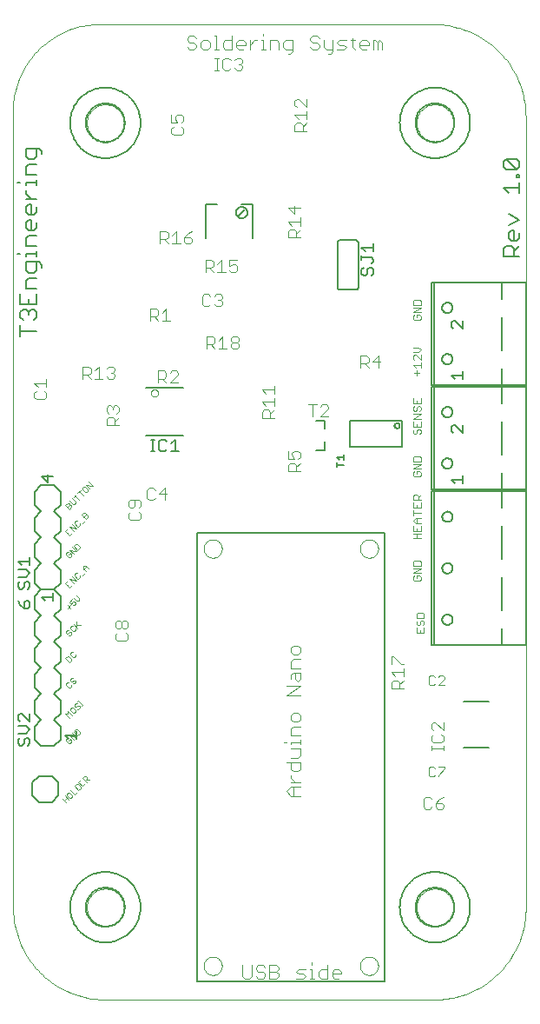
<source format=gto>
G75*
%MOIN*%
%OFA0B0*%
%FSLAX24Y24*%
%IPPOS*%
%LPD*%
%AMOC8*
5,1,8,0,0,1.08239X$1,22.5*
%
%ADD10C,0.0000*%
%ADD11C,0.0020*%
%ADD12C,0.0030*%
%ADD13C,0.0050*%
%ADD14C,0.0040*%
%ADD15C,0.0060*%
%ADD16C,0.0051*%
%ADD17C,0.0080*%
D10*
X001927Y006470D02*
X001927Y036785D01*
X005076Y040328D02*
X018068Y040328D01*
X018184Y040326D01*
X018300Y040320D01*
X018415Y040311D01*
X018530Y040298D01*
X018645Y040281D01*
X018759Y040260D01*
X018873Y040235D01*
X018985Y040207D01*
X019096Y040175D01*
X019207Y040140D01*
X019316Y040101D01*
X019424Y040058D01*
X019530Y040012D01*
X019635Y039963D01*
X019738Y039910D01*
X019840Y039853D01*
X019939Y039794D01*
X020036Y039731D01*
X020132Y039665D01*
X020225Y039596D01*
X020316Y039524D01*
X020404Y039449D01*
X020490Y039371D01*
X020573Y039290D01*
X020654Y039207D01*
X020732Y039121D01*
X020807Y039033D01*
X020879Y038942D01*
X020948Y038849D01*
X021014Y038753D01*
X021077Y038656D01*
X021136Y038557D01*
X021193Y038455D01*
X021246Y038352D01*
X021295Y038247D01*
X021341Y038141D01*
X021384Y038033D01*
X021423Y037924D01*
X021458Y037813D01*
X021490Y037702D01*
X021518Y037590D01*
X021543Y037476D01*
X021564Y037362D01*
X021581Y037247D01*
X021594Y037132D01*
X021603Y037017D01*
X021609Y036901D01*
X021611Y036785D01*
X021612Y036785D02*
X021612Y006470D01*
X017418Y006470D02*
X017420Y006523D01*
X017426Y006576D01*
X017436Y006628D01*
X017449Y006679D01*
X017467Y006729D01*
X017488Y006778D01*
X017513Y006825D01*
X017541Y006869D01*
X017573Y006912D01*
X017607Y006952D01*
X017645Y006990D01*
X017685Y007024D01*
X017728Y007056D01*
X017773Y007084D01*
X017819Y007109D01*
X017868Y007130D01*
X017918Y007148D01*
X017969Y007161D01*
X018021Y007171D01*
X018074Y007177D01*
X018127Y007179D01*
X018180Y007177D01*
X018233Y007171D01*
X018285Y007161D01*
X018336Y007148D01*
X018386Y007130D01*
X018435Y007109D01*
X018482Y007084D01*
X018526Y007056D01*
X018569Y007024D01*
X018609Y006990D01*
X018647Y006952D01*
X018681Y006912D01*
X018713Y006869D01*
X018741Y006824D01*
X018766Y006778D01*
X018787Y006729D01*
X018805Y006679D01*
X018818Y006628D01*
X018828Y006576D01*
X018834Y006523D01*
X018836Y006470D01*
X018834Y006417D01*
X018828Y006364D01*
X018818Y006312D01*
X018805Y006261D01*
X018787Y006211D01*
X018766Y006162D01*
X018741Y006115D01*
X018713Y006071D01*
X018681Y006028D01*
X018647Y005988D01*
X018609Y005950D01*
X018569Y005916D01*
X018526Y005884D01*
X018481Y005856D01*
X018435Y005831D01*
X018386Y005810D01*
X018336Y005792D01*
X018285Y005779D01*
X018233Y005769D01*
X018180Y005763D01*
X018127Y005761D01*
X018074Y005763D01*
X018021Y005769D01*
X017969Y005779D01*
X017918Y005792D01*
X017868Y005810D01*
X017819Y005831D01*
X017772Y005856D01*
X017728Y005884D01*
X017685Y005916D01*
X017645Y005950D01*
X017607Y005988D01*
X017573Y006028D01*
X017541Y006071D01*
X017513Y006116D01*
X017488Y006162D01*
X017467Y006211D01*
X017449Y006261D01*
X017436Y006312D01*
X017426Y006364D01*
X017420Y006417D01*
X017418Y006470D01*
X018128Y002926D02*
X018245Y002929D01*
X018362Y002936D01*
X018479Y002947D01*
X018596Y002961D01*
X018712Y002980D01*
X018827Y003002D01*
X018941Y003029D01*
X019055Y003059D01*
X019167Y003093D01*
X019279Y003130D01*
X019388Y003172D01*
X019497Y003216D01*
X019604Y003265D01*
X019709Y003317D01*
X019813Y003373D01*
X019914Y003432D01*
X020014Y003494D01*
X020111Y003560D01*
X020206Y003629D01*
X020299Y003701D01*
X020389Y003776D01*
X020477Y003854D01*
X020562Y003935D01*
X020644Y004018D01*
X020724Y004105D01*
X020800Y004194D01*
X020874Y004285D01*
X020944Y004379D01*
X021012Y004476D01*
X021076Y004574D01*
X021136Y004675D01*
X021194Y004777D01*
X021248Y004882D01*
X021298Y004988D01*
X021345Y005095D01*
X021388Y005205D01*
X021427Y005315D01*
X021463Y005427D01*
X021495Y005540D01*
X021523Y005654D01*
X021547Y005769D01*
X021568Y005885D01*
X021584Y006001D01*
X021597Y006118D01*
X021606Y006235D01*
X021611Y006352D01*
X021612Y006470D01*
X018127Y002927D02*
X005470Y002927D01*
X004761Y006470D02*
X004763Y006523D01*
X004769Y006576D01*
X004779Y006628D01*
X004792Y006679D01*
X004810Y006729D01*
X004831Y006778D01*
X004856Y006825D01*
X004884Y006869D01*
X004916Y006912D01*
X004950Y006952D01*
X004988Y006990D01*
X005028Y007024D01*
X005071Y007056D01*
X005116Y007084D01*
X005162Y007109D01*
X005211Y007130D01*
X005261Y007148D01*
X005312Y007161D01*
X005364Y007171D01*
X005417Y007177D01*
X005470Y007179D01*
X005523Y007177D01*
X005576Y007171D01*
X005628Y007161D01*
X005679Y007148D01*
X005729Y007130D01*
X005778Y007109D01*
X005825Y007084D01*
X005869Y007056D01*
X005912Y007024D01*
X005952Y006990D01*
X005990Y006952D01*
X006024Y006912D01*
X006056Y006869D01*
X006084Y006824D01*
X006109Y006778D01*
X006130Y006729D01*
X006148Y006679D01*
X006161Y006628D01*
X006171Y006576D01*
X006177Y006523D01*
X006179Y006470D01*
X006177Y006417D01*
X006171Y006364D01*
X006161Y006312D01*
X006148Y006261D01*
X006130Y006211D01*
X006109Y006162D01*
X006084Y006115D01*
X006056Y006071D01*
X006024Y006028D01*
X005990Y005988D01*
X005952Y005950D01*
X005912Y005916D01*
X005869Y005884D01*
X005824Y005856D01*
X005778Y005831D01*
X005729Y005810D01*
X005679Y005792D01*
X005628Y005779D01*
X005576Y005769D01*
X005523Y005763D01*
X005470Y005761D01*
X005417Y005763D01*
X005364Y005769D01*
X005312Y005779D01*
X005261Y005792D01*
X005211Y005810D01*
X005162Y005831D01*
X005115Y005856D01*
X005071Y005884D01*
X005028Y005916D01*
X004988Y005950D01*
X004950Y005988D01*
X004916Y006028D01*
X004884Y006071D01*
X004856Y006116D01*
X004831Y006162D01*
X004810Y006211D01*
X004792Y006261D01*
X004779Y006312D01*
X004769Y006364D01*
X004763Y006417D01*
X004761Y006470D01*
X001927Y006470D02*
X001929Y006354D01*
X001935Y006238D01*
X001944Y006123D01*
X001957Y006008D01*
X001974Y005893D01*
X001995Y005779D01*
X002020Y005665D01*
X002048Y005553D01*
X002080Y005442D01*
X002115Y005331D01*
X002154Y005222D01*
X002197Y005114D01*
X002243Y005008D01*
X002292Y004903D01*
X002345Y004800D01*
X002402Y004698D01*
X002461Y004599D01*
X002524Y004502D01*
X002590Y004406D01*
X002659Y004313D01*
X002731Y004222D01*
X002806Y004134D01*
X002884Y004048D01*
X002965Y003965D01*
X003048Y003884D01*
X003134Y003806D01*
X003222Y003731D01*
X003313Y003659D01*
X003406Y003590D01*
X003502Y003524D01*
X003599Y003461D01*
X003699Y003402D01*
X003800Y003345D01*
X003903Y003292D01*
X004008Y003243D01*
X004114Y003197D01*
X004222Y003154D01*
X004331Y003115D01*
X004442Y003080D01*
X004553Y003048D01*
X004665Y003020D01*
X004779Y002995D01*
X004893Y002974D01*
X005008Y002957D01*
X005123Y002944D01*
X005238Y002935D01*
X005354Y002929D01*
X005470Y002927D01*
X009245Y004220D02*
X009247Y004257D01*
X009253Y004294D01*
X009263Y004330D01*
X009276Y004365D01*
X009293Y004398D01*
X009314Y004429D01*
X009338Y004457D01*
X009365Y004483D01*
X009394Y004506D01*
X009425Y004526D01*
X009459Y004542D01*
X009494Y004555D01*
X009530Y004564D01*
X009567Y004569D01*
X009604Y004570D01*
X009641Y004567D01*
X009678Y004560D01*
X009714Y004549D01*
X009748Y004535D01*
X009781Y004517D01*
X009811Y004495D01*
X009839Y004471D01*
X009864Y004443D01*
X009887Y004413D01*
X009906Y004381D01*
X009921Y004347D01*
X009933Y004312D01*
X009941Y004276D01*
X009945Y004239D01*
X009945Y004201D01*
X009941Y004164D01*
X009933Y004128D01*
X009921Y004093D01*
X009906Y004059D01*
X009887Y004027D01*
X009864Y003997D01*
X009839Y003969D01*
X009811Y003945D01*
X009781Y003923D01*
X009748Y003905D01*
X009714Y003891D01*
X009678Y003880D01*
X009641Y003873D01*
X009604Y003870D01*
X009567Y003871D01*
X009530Y003876D01*
X009494Y003885D01*
X009459Y003898D01*
X009425Y003914D01*
X009394Y003934D01*
X009365Y003957D01*
X009338Y003983D01*
X009314Y004011D01*
X009293Y004042D01*
X009276Y004075D01*
X009263Y004110D01*
X009253Y004146D01*
X009247Y004183D01*
X009245Y004220D01*
X015245Y004220D02*
X015247Y004257D01*
X015253Y004294D01*
X015263Y004330D01*
X015276Y004365D01*
X015293Y004398D01*
X015314Y004429D01*
X015338Y004457D01*
X015365Y004483D01*
X015394Y004506D01*
X015425Y004526D01*
X015459Y004542D01*
X015494Y004555D01*
X015530Y004564D01*
X015567Y004569D01*
X015604Y004570D01*
X015641Y004567D01*
X015678Y004560D01*
X015714Y004549D01*
X015748Y004535D01*
X015781Y004517D01*
X015811Y004495D01*
X015839Y004471D01*
X015864Y004443D01*
X015887Y004413D01*
X015906Y004381D01*
X015921Y004347D01*
X015933Y004312D01*
X015941Y004276D01*
X015945Y004239D01*
X015945Y004201D01*
X015941Y004164D01*
X015933Y004128D01*
X015921Y004093D01*
X015906Y004059D01*
X015887Y004027D01*
X015864Y003997D01*
X015839Y003969D01*
X015811Y003945D01*
X015781Y003923D01*
X015748Y003905D01*
X015714Y003891D01*
X015678Y003880D01*
X015641Y003873D01*
X015604Y003870D01*
X015567Y003871D01*
X015530Y003876D01*
X015494Y003885D01*
X015459Y003898D01*
X015425Y003914D01*
X015394Y003934D01*
X015365Y003957D01*
X015338Y003983D01*
X015314Y004011D01*
X015293Y004042D01*
X015276Y004075D01*
X015263Y004110D01*
X015253Y004146D01*
X015247Y004183D01*
X015245Y004220D01*
X015245Y020220D02*
X015247Y020257D01*
X015253Y020294D01*
X015263Y020330D01*
X015276Y020365D01*
X015293Y020398D01*
X015314Y020429D01*
X015338Y020457D01*
X015365Y020483D01*
X015394Y020506D01*
X015425Y020526D01*
X015459Y020542D01*
X015494Y020555D01*
X015530Y020564D01*
X015567Y020569D01*
X015604Y020570D01*
X015641Y020567D01*
X015678Y020560D01*
X015714Y020549D01*
X015748Y020535D01*
X015781Y020517D01*
X015811Y020495D01*
X015839Y020471D01*
X015864Y020443D01*
X015887Y020413D01*
X015906Y020381D01*
X015921Y020347D01*
X015933Y020312D01*
X015941Y020276D01*
X015945Y020239D01*
X015945Y020201D01*
X015941Y020164D01*
X015933Y020128D01*
X015921Y020093D01*
X015906Y020059D01*
X015887Y020027D01*
X015864Y019997D01*
X015839Y019969D01*
X015811Y019945D01*
X015781Y019923D01*
X015748Y019905D01*
X015714Y019891D01*
X015678Y019880D01*
X015641Y019873D01*
X015604Y019870D01*
X015567Y019871D01*
X015530Y019876D01*
X015494Y019885D01*
X015459Y019898D01*
X015425Y019914D01*
X015394Y019934D01*
X015365Y019957D01*
X015338Y019983D01*
X015314Y020011D01*
X015293Y020042D01*
X015276Y020075D01*
X015263Y020110D01*
X015253Y020146D01*
X015247Y020183D01*
X015245Y020220D01*
X009245Y020220D02*
X009247Y020257D01*
X009253Y020294D01*
X009263Y020330D01*
X009276Y020365D01*
X009293Y020398D01*
X009314Y020429D01*
X009338Y020457D01*
X009365Y020483D01*
X009394Y020506D01*
X009425Y020526D01*
X009459Y020542D01*
X009494Y020555D01*
X009530Y020564D01*
X009567Y020569D01*
X009604Y020570D01*
X009641Y020567D01*
X009678Y020560D01*
X009714Y020549D01*
X009748Y020535D01*
X009781Y020517D01*
X009811Y020495D01*
X009839Y020471D01*
X009864Y020443D01*
X009887Y020413D01*
X009906Y020381D01*
X009921Y020347D01*
X009933Y020312D01*
X009941Y020276D01*
X009945Y020239D01*
X009945Y020201D01*
X009941Y020164D01*
X009933Y020128D01*
X009921Y020093D01*
X009906Y020059D01*
X009887Y020027D01*
X009864Y019997D01*
X009839Y019969D01*
X009811Y019945D01*
X009781Y019923D01*
X009748Y019905D01*
X009714Y019891D01*
X009678Y019880D01*
X009641Y019873D01*
X009604Y019870D01*
X009567Y019871D01*
X009530Y019876D01*
X009494Y019885D01*
X009459Y019898D01*
X009425Y019914D01*
X009394Y019934D01*
X009365Y019957D01*
X009338Y019983D01*
X009314Y020011D01*
X009293Y020042D01*
X009276Y020075D01*
X009263Y020110D01*
X009253Y020146D01*
X009247Y020183D01*
X009245Y020220D01*
X004761Y036549D02*
X004763Y036602D01*
X004769Y036655D01*
X004779Y036707D01*
X004792Y036758D01*
X004810Y036808D01*
X004831Y036857D01*
X004856Y036904D01*
X004884Y036948D01*
X004916Y036991D01*
X004950Y037031D01*
X004988Y037069D01*
X005028Y037103D01*
X005071Y037135D01*
X005116Y037163D01*
X005162Y037188D01*
X005211Y037209D01*
X005261Y037227D01*
X005312Y037240D01*
X005364Y037250D01*
X005417Y037256D01*
X005470Y037258D01*
X005523Y037256D01*
X005576Y037250D01*
X005628Y037240D01*
X005679Y037227D01*
X005729Y037209D01*
X005778Y037188D01*
X005825Y037163D01*
X005869Y037135D01*
X005912Y037103D01*
X005952Y037069D01*
X005990Y037031D01*
X006024Y036991D01*
X006056Y036948D01*
X006084Y036903D01*
X006109Y036857D01*
X006130Y036808D01*
X006148Y036758D01*
X006161Y036707D01*
X006171Y036655D01*
X006177Y036602D01*
X006179Y036549D01*
X006177Y036496D01*
X006171Y036443D01*
X006161Y036391D01*
X006148Y036340D01*
X006130Y036290D01*
X006109Y036241D01*
X006084Y036194D01*
X006056Y036150D01*
X006024Y036107D01*
X005990Y036067D01*
X005952Y036029D01*
X005912Y035995D01*
X005869Y035963D01*
X005824Y035935D01*
X005778Y035910D01*
X005729Y035889D01*
X005679Y035871D01*
X005628Y035858D01*
X005576Y035848D01*
X005523Y035842D01*
X005470Y035840D01*
X005417Y035842D01*
X005364Y035848D01*
X005312Y035858D01*
X005261Y035871D01*
X005211Y035889D01*
X005162Y035910D01*
X005115Y035935D01*
X005071Y035963D01*
X005028Y035995D01*
X004988Y036029D01*
X004950Y036067D01*
X004916Y036107D01*
X004884Y036150D01*
X004856Y036195D01*
X004831Y036241D01*
X004810Y036290D01*
X004792Y036340D01*
X004779Y036391D01*
X004769Y036443D01*
X004763Y036496D01*
X004761Y036549D01*
X001927Y036785D02*
X001922Y036900D01*
X001921Y037014D01*
X001924Y037128D01*
X001931Y037243D01*
X001942Y037357D01*
X001957Y037470D01*
X001975Y037583D01*
X001998Y037695D01*
X002024Y037807D01*
X002054Y037917D01*
X002088Y038026D01*
X002125Y038135D01*
X002167Y038241D01*
X002211Y038347D01*
X002260Y038450D01*
X002312Y038552D01*
X002367Y038653D01*
X002426Y038751D01*
X002488Y038847D01*
X002553Y038941D01*
X002622Y039033D01*
X002693Y039122D01*
X002768Y039209D01*
X002845Y039293D01*
X002925Y039375D01*
X003009Y039453D01*
X003094Y039529D01*
X003182Y039602D01*
X003273Y039672D01*
X003366Y039739D01*
X003461Y039802D01*
X003559Y039862D01*
X003658Y039919D01*
X003759Y039973D01*
X003862Y040023D01*
X003967Y040069D01*
X004073Y040112D01*
X004181Y040151D01*
X004289Y040186D01*
X004399Y040218D01*
X004510Y040246D01*
X004622Y040270D01*
X004735Y040291D01*
X004848Y040307D01*
X004962Y040320D01*
X005076Y040328D01*
X017418Y036549D02*
X017420Y036602D01*
X017426Y036655D01*
X017436Y036707D01*
X017449Y036758D01*
X017467Y036808D01*
X017488Y036857D01*
X017513Y036904D01*
X017541Y036948D01*
X017573Y036991D01*
X017607Y037031D01*
X017645Y037069D01*
X017685Y037103D01*
X017728Y037135D01*
X017773Y037163D01*
X017819Y037188D01*
X017868Y037209D01*
X017918Y037227D01*
X017969Y037240D01*
X018021Y037250D01*
X018074Y037256D01*
X018127Y037258D01*
X018180Y037256D01*
X018233Y037250D01*
X018285Y037240D01*
X018336Y037227D01*
X018386Y037209D01*
X018435Y037188D01*
X018482Y037163D01*
X018526Y037135D01*
X018569Y037103D01*
X018609Y037069D01*
X018647Y037031D01*
X018681Y036991D01*
X018713Y036948D01*
X018741Y036903D01*
X018766Y036857D01*
X018787Y036808D01*
X018805Y036758D01*
X018818Y036707D01*
X018828Y036655D01*
X018834Y036602D01*
X018836Y036549D01*
X018834Y036496D01*
X018828Y036443D01*
X018818Y036391D01*
X018805Y036340D01*
X018787Y036290D01*
X018766Y036241D01*
X018741Y036194D01*
X018713Y036150D01*
X018681Y036107D01*
X018647Y036067D01*
X018609Y036029D01*
X018569Y035995D01*
X018526Y035963D01*
X018481Y035935D01*
X018435Y035910D01*
X018386Y035889D01*
X018336Y035871D01*
X018285Y035858D01*
X018233Y035848D01*
X018180Y035842D01*
X018127Y035840D01*
X018074Y035842D01*
X018021Y035848D01*
X017969Y035858D01*
X017918Y035871D01*
X017868Y035889D01*
X017819Y035910D01*
X017772Y035935D01*
X017728Y035963D01*
X017685Y035995D01*
X017645Y036029D01*
X017607Y036067D01*
X017573Y036107D01*
X017541Y036150D01*
X017513Y036195D01*
X017488Y036241D01*
X017467Y036290D01*
X017449Y036340D01*
X017436Y036391D01*
X017426Y036443D01*
X017420Y036496D01*
X017418Y036549D01*
D11*
X007221Y026182D02*
X007223Y026205D01*
X007229Y026227D01*
X007238Y026249D01*
X007251Y026268D01*
X007266Y026285D01*
X007284Y026299D01*
X007305Y026310D01*
X007327Y026318D01*
X007349Y026322D01*
X007373Y026322D01*
X007395Y026318D01*
X007417Y026310D01*
X007438Y026299D01*
X007456Y026285D01*
X007471Y026268D01*
X007484Y026249D01*
X007493Y026227D01*
X007499Y026205D01*
X007501Y026182D01*
X007499Y026159D01*
X007493Y026137D01*
X007484Y026115D01*
X007471Y026096D01*
X007456Y026079D01*
X007438Y026065D01*
X007417Y026054D01*
X007395Y026046D01*
X007373Y026042D01*
X007349Y026042D01*
X007327Y026046D01*
X007305Y026054D01*
X007284Y026065D01*
X007266Y026079D01*
X007251Y026096D01*
X007238Y026115D01*
X007229Y026137D01*
X007223Y026159D01*
X007221Y026182D01*
X004824Y022775D02*
X004980Y022619D01*
X004721Y022671D01*
X004876Y022515D01*
X004798Y022489D02*
X004694Y022593D01*
X004642Y022593D01*
X004590Y022541D01*
X004590Y022489D01*
X004694Y022385D01*
X004746Y022385D01*
X004798Y022437D01*
X004798Y022489D01*
X004512Y022462D02*
X004408Y022359D01*
X004460Y022411D02*
X004616Y022255D01*
X004459Y022099D02*
X004304Y022254D01*
X004252Y022202D02*
X004356Y022306D01*
X004199Y022150D02*
X004329Y022020D01*
X004329Y021968D01*
X004277Y021916D01*
X004225Y021916D01*
X004096Y022046D01*
X004069Y021968D02*
X004095Y021942D01*
X004095Y021890D01*
X004017Y021812D01*
X003939Y021890D02*
X004017Y021968D01*
X004069Y021968D01*
X004095Y021890D02*
X004147Y021890D01*
X004173Y021864D01*
X004173Y021812D01*
X004095Y021734D01*
X003939Y021890D01*
X004199Y021150D02*
X004355Y020994D01*
X004096Y021046D01*
X004251Y020890D01*
X004199Y020838D02*
X004095Y020734D01*
X003939Y020890D01*
X004043Y020994D01*
X004069Y020864D02*
X004017Y020812D01*
X004330Y020405D02*
X004252Y020327D01*
X004408Y020172D01*
X004485Y020250D01*
X004485Y020301D01*
X004382Y020405D01*
X004330Y020405D01*
X004199Y020275D02*
X004355Y020119D01*
X004096Y020171D01*
X004251Y020015D01*
X004173Y019989D02*
X004121Y020041D01*
X004069Y019989D01*
X004069Y020093D02*
X004017Y020093D01*
X003965Y020041D01*
X003965Y019989D01*
X004069Y019885D01*
X004121Y019885D01*
X004173Y019937D01*
X004173Y019989D01*
X004616Y019567D02*
X004616Y019463D01*
X004720Y019359D01*
X004694Y019281D02*
X004590Y019177D01*
X004485Y019176D02*
X004485Y019125D01*
X004433Y019073D01*
X004382Y019073D01*
X004278Y019176D01*
X004278Y019228D01*
X004330Y019280D01*
X004382Y019280D01*
X004199Y019150D02*
X004355Y018994D01*
X004096Y019046D01*
X004251Y018890D01*
X004199Y018838D02*
X004095Y018734D01*
X003939Y018890D01*
X004043Y018994D01*
X004069Y018864D02*
X004017Y018812D01*
X004252Y018327D02*
X004356Y018224D01*
X004459Y018224D01*
X004459Y018327D01*
X004356Y018431D01*
X004199Y018275D02*
X004096Y018171D01*
X004173Y018093D01*
X004199Y018171D01*
X004225Y018197D01*
X004277Y018197D01*
X004329Y018145D01*
X004329Y018093D01*
X004277Y018041D01*
X004225Y018041D01*
X004121Y018041D02*
X004017Y017937D01*
X004017Y018041D02*
X004121Y017937D01*
X004356Y017431D02*
X004356Y017224D01*
X004356Y017275D02*
X004511Y017275D01*
X004408Y017172D02*
X004252Y017327D01*
X004225Y017249D02*
X004173Y017249D01*
X004122Y017197D01*
X004122Y017145D01*
X004225Y017041D01*
X004277Y017041D01*
X004329Y017093D01*
X004329Y017145D01*
X004173Y016989D02*
X004173Y016937D01*
X004121Y016885D01*
X004069Y016885D01*
X004043Y016963D02*
X004095Y017015D01*
X004147Y017015D01*
X004173Y016989D01*
X004043Y016963D02*
X003991Y016963D01*
X003965Y016989D01*
X003965Y017041D01*
X004017Y017093D01*
X004069Y017093D01*
X004173Y016249D02*
X004122Y016197D01*
X004122Y016145D01*
X004225Y016041D01*
X004277Y016041D01*
X004329Y016093D01*
X004329Y016145D01*
X004225Y016249D02*
X004173Y016249D01*
X004069Y016093D02*
X004017Y016093D01*
X003939Y016015D01*
X004095Y015859D01*
X004173Y015937D01*
X004173Y015989D01*
X004069Y016093D01*
X004173Y015249D02*
X004122Y015197D01*
X004122Y015145D01*
X004147Y015119D01*
X004199Y015119D01*
X004251Y015171D01*
X004303Y015171D01*
X004329Y015145D01*
X004329Y015093D01*
X004277Y015041D01*
X004225Y015041D01*
X004173Y014989D02*
X004173Y014937D01*
X004121Y014885D01*
X004069Y014885D01*
X003965Y014989D01*
X003965Y015041D01*
X004017Y015093D01*
X004069Y015093D01*
X004173Y015249D02*
X004225Y015249D01*
X004460Y014411D02*
X004408Y014359D01*
X004434Y014385D02*
X004590Y014229D01*
X004564Y014203D02*
X004616Y014255D01*
X004485Y014176D02*
X004485Y014125D01*
X004433Y014073D01*
X004382Y014073D01*
X004329Y014020D02*
X004225Y014124D01*
X004173Y014124D01*
X004122Y014072D01*
X004122Y014020D01*
X004225Y013916D01*
X004277Y013916D01*
X004329Y013968D01*
X004329Y014020D01*
X004304Y014150D02*
X004356Y014150D01*
X004408Y014202D01*
X004459Y014202D01*
X004485Y014176D01*
X004382Y014280D02*
X004330Y014280D01*
X004278Y014228D01*
X004278Y014176D01*
X004304Y014150D01*
X004043Y013994D02*
X004199Y013838D01*
X004095Y013734D02*
X003939Y013890D01*
X004043Y013890D01*
X004043Y013994D01*
X004330Y013280D02*
X004252Y013202D01*
X004408Y013047D01*
X004485Y013125D01*
X004485Y013176D01*
X004382Y013280D01*
X004330Y013280D01*
X004199Y013150D02*
X004355Y012994D01*
X004096Y013046D01*
X004251Y012890D01*
X004173Y012864D02*
X004121Y012916D01*
X004069Y012864D01*
X004069Y012968D02*
X004017Y012968D01*
X003965Y012916D01*
X003965Y012864D01*
X004069Y012760D01*
X004121Y012760D01*
X004173Y012812D01*
X004173Y012864D01*
X004673Y011499D02*
X004725Y011499D01*
X004777Y011447D01*
X004777Y011395D01*
X004699Y011317D01*
X004751Y011265D02*
X004596Y011421D01*
X004673Y011499D01*
X004751Y011369D02*
X004855Y011369D01*
X004699Y011213D02*
X004595Y011109D01*
X004439Y011265D01*
X004543Y011369D01*
X004569Y011239D02*
X004517Y011187D01*
X004517Y011083D02*
X004413Y011186D01*
X004361Y011186D01*
X004283Y011109D01*
X004439Y010953D01*
X004517Y011031D01*
X004517Y011083D01*
X004386Y010900D02*
X004283Y010797D01*
X004127Y010952D01*
X004100Y010874D02*
X004048Y010874D01*
X003997Y010822D01*
X003997Y010770D01*
X004100Y010666D01*
X004152Y010666D01*
X004204Y010718D01*
X004204Y010770D01*
X004100Y010874D01*
X003918Y010744D02*
X004074Y010588D01*
X003996Y010666D02*
X003892Y010562D01*
X003970Y010484D02*
X003814Y010640D01*
X004642Y019437D02*
X004746Y019541D01*
X004720Y019567D02*
X004824Y019463D01*
X004720Y019567D02*
X004616Y019567D01*
X004433Y021073D02*
X004485Y021125D01*
X004485Y021176D01*
X004590Y021177D02*
X004694Y021281D01*
X004720Y021359D02*
X004798Y021437D01*
X004798Y021489D01*
X004772Y021515D01*
X004720Y021515D01*
X004642Y021437D01*
X004564Y021515D02*
X004642Y021593D01*
X004694Y021593D01*
X004720Y021567D01*
X004720Y021515D01*
X004720Y021359D02*
X004564Y021515D01*
X004382Y021280D02*
X004330Y021280D01*
X004278Y021228D01*
X004278Y021176D01*
X004382Y021073D01*
X004433Y021073D01*
D12*
X017290Y021098D02*
X017290Y020905D01*
X017580Y020905D01*
X017580Y021098D01*
X017580Y021199D02*
X017387Y021199D01*
X017290Y021296D01*
X017387Y021393D01*
X017580Y021393D01*
X017435Y021393D02*
X017435Y021199D01*
X017435Y021001D02*
X017435Y020905D01*
X017435Y020803D02*
X017435Y020610D01*
X017580Y020610D02*
X017290Y020610D01*
X017290Y020803D02*
X017580Y020803D01*
X017290Y021494D02*
X017290Y021687D01*
X017290Y021591D02*
X017580Y021591D01*
X017580Y021789D02*
X017580Y021982D01*
X017580Y022083D02*
X017290Y022083D01*
X017290Y022228D01*
X017338Y022277D01*
X017435Y022277D01*
X017483Y022228D01*
X017483Y022083D01*
X017483Y022180D02*
X017580Y022277D01*
X017435Y021885D02*
X017435Y021789D01*
X017290Y021789D02*
X017580Y021789D01*
X017290Y021789D02*
X017290Y021982D01*
X017338Y022985D02*
X017290Y023033D01*
X017290Y023130D01*
X017338Y023178D01*
X017435Y023178D02*
X017435Y023082D01*
X017435Y023178D02*
X017532Y023178D01*
X017580Y023130D01*
X017580Y023033D01*
X017532Y022985D01*
X017338Y022985D01*
X017290Y023280D02*
X017580Y023473D01*
X017290Y023473D01*
X017290Y023574D02*
X017290Y023719D01*
X017338Y023768D01*
X017532Y023768D01*
X017580Y023719D01*
X017580Y023574D01*
X017290Y023574D01*
X017290Y023280D02*
X017580Y023280D01*
X017532Y024610D02*
X017580Y024658D01*
X017580Y024755D01*
X017532Y024803D01*
X017483Y024803D01*
X017435Y024755D01*
X017435Y024658D01*
X017387Y024610D01*
X017338Y024610D01*
X017290Y024658D01*
X017290Y024755D01*
X017338Y024803D01*
X017290Y024905D02*
X017580Y024905D01*
X017580Y025098D01*
X017580Y025199D02*
X017290Y025199D01*
X017580Y025393D01*
X017290Y025393D01*
X017338Y025494D02*
X017290Y025542D01*
X017290Y025639D01*
X017338Y025687D01*
X017435Y025639D02*
X017483Y025687D01*
X017532Y025687D01*
X017580Y025639D01*
X017580Y025542D01*
X017532Y025494D01*
X017435Y025542D02*
X017435Y025639D01*
X017435Y025542D02*
X017387Y025494D01*
X017338Y025494D01*
X017290Y025789D02*
X017580Y025789D01*
X017580Y025982D01*
X017435Y025885D02*
X017435Y025789D01*
X017290Y025789D02*
X017290Y025982D01*
X017290Y025098D02*
X017290Y024905D01*
X017435Y024905D02*
X017435Y025001D01*
X017435Y026860D02*
X017435Y027053D01*
X017387Y027155D02*
X017290Y027251D01*
X017580Y027251D01*
X017580Y027155D02*
X017580Y027348D01*
X017580Y027449D02*
X017387Y027643D01*
X017338Y027643D01*
X017290Y027594D01*
X017290Y027498D01*
X017338Y027449D01*
X017580Y027449D02*
X017580Y027643D01*
X017483Y027744D02*
X017580Y027841D01*
X017483Y027937D01*
X017290Y027937D01*
X017290Y027744D02*
X017483Y027744D01*
X017532Y026957D02*
X017338Y026957D01*
X017338Y028985D02*
X017532Y028985D01*
X017580Y029033D01*
X017580Y029130D01*
X017532Y029178D01*
X017435Y029178D01*
X017435Y029082D01*
X017338Y029178D02*
X017290Y029130D01*
X017290Y029033D01*
X017338Y028985D01*
X017290Y029280D02*
X017580Y029473D01*
X017290Y029473D01*
X017290Y029574D02*
X017290Y029719D01*
X017338Y029768D01*
X017532Y029768D01*
X017580Y029719D01*
X017580Y029574D01*
X017290Y029574D01*
X017290Y029280D02*
X017580Y029280D01*
X017532Y019768D02*
X017338Y019768D01*
X017290Y019719D01*
X017290Y019574D01*
X017580Y019574D01*
X017580Y019719D01*
X017532Y019768D01*
X017580Y019473D02*
X017290Y019473D01*
X017290Y019280D02*
X017580Y019473D01*
X017580Y019280D02*
X017290Y019280D01*
X017338Y019178D02*
X017290Y019130D01*
X017290Y019033D01*
X017338Y018985D01*
X017532Y018985D01*
X017580Y019033D01*
X017580Y019130D01*
X017532Y019178D01*
X017435Y019178D01*
X017435Y019082D01*
X017463Y017768D02*
X017415Y017719D01*
X017415Y017574D01*
X017705Y017574D01*
X017705Y017719D01*
X017657Y017768D01*
X017463Y017768D01*
X017463Y017473D02*
X017415Y017425D01*
X017415Y017328D01*
X017463Y017280D01*
X017512Y017280D01*
X017560Y017328D01*
X017560Y017425D01*
X017608Y017473D01*
X017657Y017473D01*
X017705Y017425D01*
X017705Y017328D01*
X017657Y017280D01*
X017705Y017178D02*
X017705Y016985D01*
X017415Y016985D01*
X017415Y017178D01*
X017560Y017082D02*
X017560Y016985D01*
X017940Y015345D02*
X017878Y015283D01*
X017878Y015036D01*
X017940Y014975D01*
X018063Y014975D01*
X018125Y015036D01*
X018247Y014975D02*
X018493Y015222D01*
X018493Y015283D01*
X018432Y015345D01*
X018308Y015345D01*
X018247Y015283D01*
X018125Y015283D02*
X018063Y015345D01*
X017940Y015345D01*
X018247Y014975D02*
X018493Y014975D01*
X018493Y011845D02*
X018247Y011845D01*
X018125Y011783D02*
X018063Y011845D01*
X017940Y011845D01*
X017878Y011783D01*
X017878Y011536D01*
X017940Y011475D01*
X018063Y011475D01*
X018125Y011536D01*
X018247Y011536D02*
X018247Y011475D01*
X018247Y011536D02*
X018493Y011783D01*
X018493Y011845D01*
D13*
X019240Y012590D02*
X020210Y012590D01*
X020210Y014350D02*
X019240Y014350D01*
X016195Y020820D02*
X016195Y003620D01*
X008995Y003620D01*
X008995Y020820D01*
X016195Y020820D01*
X014634Y023433D02*
X014369Y023433D01*
X014369Y023345D02*
X014369Y023521D01*
X014457Y023635D02*
X014369Y023723D01*
X014634Y023723D01*
X014634Y023635D02*
X014634Y023811D01*
X015380Y030692D02*
X015455Y030692D01*
X015530Y030767D01*
X015530Y030917D01*
X015605Y030992D01*
X015680Y030992D01*
X015755Y030917D01*
X015755Y030767D01*
X015680Y030692D01*
X015680Y031152D02*
X015755Y031227D01*
X015755Y031302D01*
X015680Y031377D01*
X015305Y031377D01*
X015305Y031302D02*
X015305Y031452D01*
X015455Y031613D02*
X015305Y031763D01*
X015755Y031763D01*
X015755Y031613D02*
X015755Y031913D01*
X015380Y030992D02*
X015305Y030917D01*
X015305Y030767D01*
X015380Y030692D01*
X018745Y028886D02*
X018745Y028736D01*
X018820Y028661D01*
X018745Y028886D02*
X018820Y028961D01*
X018895Y028961D01*
X019195Y028661D01*
X019195Y028961D01*
X019195Y027011D02*
X019195Y026711D01*
X019195Y026861D02*
X018745Y026861D01*
X018895Y026711D01*
X018895Y024961D02*
X018820Y024961D01*
X018745Y024886D01*
X018745Y024736D01*
X018820Y024661D01*
X018895Y024961D02*
X019195Y024661D01*
X019195Y024961D01*
X019195Y023011D02*
X019195Y022711D01*
X019195Y022861D02*
X018745Y022861D01*
X018895Y022711D01*
X020744Y031420D02*
X020744Y031725D01*
X020846Y031827D01*
X021050Y031827D01*
X021151Y031725D01*
X021151Y031420D01*
X021151Y031623D02*
X021355Y031827D01*
X021253Y032028D02*
X021050Y032028D01*
X020948Y032129D01*
X020948Y032333D01*
X021050Y032435D01*
X021151Y032435D01*
X021151Y032028D01*
X021253Y032028D02*
X021355Y032129D01*
X021355Y032333D01*
X021355Y032839D02*
X020948Y033042D01*
X020948Y032635D02*
X021355Y032839D01*
X021355Y033851D02*
X021355Y034258D01*
X021355Y034458D02*
X021253Y034458D01*
X021253Y034560D01*
X021355Y034560D01*
X021355Y034458D01*
X021253Y034762D02*
X021355Y034864D01*
X021355Y035068D01*
X021253Y035169D01*
X020846Y035169D01*
X021253Y034762D01*
X020846Y034762D01*
X020744Y034864D01*
X020744Y035068D01*
X020846Y035169D01*
X020744Y034054D02*
X021355Y034054D01*
X020948Y033851D02*
X020744Y034054D01*
X020744Y031420D02*
X021355Y031420D01*
X008294Y023947D02*
X007994Y023947D01*
X008144Y023947D02*
X008144Y024397D01*
X007994Y024247D01*
X007834Y024322D02*
X007759Y024397D01*
X007608Y024397D01*
X007533Y024322D01*
X007533Y024022D01*
X007608Y023947D01*
X007759Y023947D01*
X007834Y024022D01*
X007377Y023947D02*
X007226Y023947D01*
X007302Y023947D02*
X007302Y024397D01*
X007377Y024397D02*
X007226Y024397D01*
X003471Y022991D02*
X003020Y022991D01*
X003245Y022766D01*
X003245Y023067D01*
X002571Y019887D02*
X002571Y019587D01*
X002571Y019737D02*
X002120Y019737D01*
X002270Y019587D01*
X002420Y019427D02*
X002120Y019427D01*
X002120Y019127D02*
X002420Y019127D01*
X002571Y019277D01*
X002420Y019427D01*
X002420Y018967D02*
X002345Y018891D01*
X002345Y018741D01*
X002270Y018666D01*
X002195Y018666D01*
X002120Y018741D01*
X002120Y018891D01*
X002195Y018967D01*
X002420Y018967D02*
X002496Y018967D01*
X002571Y018891D01*
X002571Y018741D01*
X002496Y018666D01*
X002496Y018217D02*
X002420Y018217D01*
X002345Y018141D01*
X002345Y017916D01*
X002496Y017916D01*
X002571Y017991D01*
X002571Y018141D01*
X002496Y018217D01*
X002195Y018066D02*
X002345Y017916D01*
X002195Y018066D02*
X002120Y018217D01*
X003020Y018366D02*
X003471Y018366D01*
X003471Y018216D02*
X003471Y018517D01*
X003170Y018216D02*
X003020Y018366D01*
X002571Y013887D02*
X002571Y013587D01*
X002270Y013887D01*
X002195Y013887D01*
X002120Y013812D01*
X002120Y013662D01*
X002195Y013587D01*
X002120Y013427D02*
X002420Y013427D01*
X002571Y013277D01*
X002420Y013127D01*
X002120Y013127D01*
X002195Y012967D02*
X002120Y012891D01*
X002120Y012741D01*
X002195Y012666D01*
X002270Y012666D01*
X002345Y012741D01*
X002345Y012891D01*
X002420Y012967D01*
X002496Y012967D01*
X002571Y012891D01*
X002571Y012741D01*
X002496Y012666D01*
X003920Y013066D02*
X004371Y013066D01*
X004371Y012916D02*
X004371Y013217D01*
X004070Y012916D02*
X003920Y013066D01*
X002209Y028370D02*
X002209Y028777D01*
X002209Y028574D02*
X002820Y028574D01*
X002718Y028978D02*
X002820Y029079D01*
X002820Y029283D01*
X002718Y029385D01*
X002616Y029385D01*
X002515Y029283D01*
X002515Y029181D01*
X002515Y029283D02*
X002413Y029385D01*
X002311Y029385D01*
X002209Y029283D01*
X002209Y029079D01*
X002311Y028978D01*
X002209Y029585D02*
X002820Y029585D01*
X002820Y029992D01*
X002820Y030193D02*
X002413Y030193D01*
X002413Y030498D01*
X002515Y030600D01*
X002820Y030600D01*
X002718Y030801D02*
X002515Y030801D01*
X002413Y030903D01*
X002413Y031208D01*
X002922Y031208D01*
X003024Y031106D01*
X003024Y031004D01*
X002820Y030903D02*
X002820Y031208D01*
X002820Y031409D02*
X002820Y031612D01*
X002820Y031510D02*
X002413Y031510D01*
X002413Y031409D01*
X002209Y031510D02*
X002108Y031510D01*
X002413Y031814D02*
X002413Y032119D01*
X002515Y032221D01*
X002820Y032221D01*
X002718Y032421D02*
X002515Y032421D01*
X002413Y032523D01*
X002413Y032727D01*
X002515Y032828D01*
X002616Y032828D01*
X002616Y032421D01*
X002718Y032421D02*
X002820Y032523D01*
X002820Y032727D01*
X002718Y033029D02*
X002515Y033029D01*
X002413Y033131D01*
X002413Y033334D01*
X002515Y033436D01*
X002616Y033436D01*
X002616Y033029D01*
X002718Y033029D02*
X002820Y033131D01*
X002820Y033334D01*
X002820Y033637D02*
X002413Y033637D01*
X002413Y033840D02*
X002413Y033942D01*
X002413Y033840D02*
X002616Y033637D01*
X002413Y034143D02*
X002413Y034245D01*
X002820Y034245D01*
X002820Y034143D02*
X002820Y034347D01*
X002820Y034548D02*
X002413Y034548D01*
X002413Y034854D01*
X002515Y034955D01*
X002820Y034955D01*
X002718Y035156D02*
X002820Y035258D01*
X002820Y035563D01*
X002922Y035563D02*
X002413Y035563D01*
X002413Y035258D01*
X002515Y035156D01*
X002718Y035156D01*
X003024Y035360D02*
X003024Y035461D01*
X002922Y035563D01*
X002209Y034245D02*
X002108Y034245D01*
X002413Y031814D02*
X002820Y031814D01*
X002820Y030903D02*
X002718Y030801D01*
X002209Y029992D02*
X002209Y029585D01*
X002515Y029585D02*
X002515Y029789D01*
D14*
X003202Y026726D02*
X003202Y026419D01*
X003202Y026572D02*
X002742Y026572D01*
X002895Y026419D01*
X002818Y026265D02*
X002742Y026189D01*
X002742Y026035D01*
X002818Y025959D01*
X003125Y025959D01*
X003202Y026035D01*
X003202Y026189D01*
X003125Y026265D01*
X004609Y026740D02*
X004609Y027200D01*
X004839Y027200D01*
X004916Y027124D01*
X004916Y026970D01*
X004839Y026893D01*
X004609Y026893D01*
X004762Y026893D02*
X004916Y026740D01*
X005069Y026740D02*
X005376Y026740D01*
X005223Y026740D02*
X005223Y027200D01*
X005069Y027047D01*
X005530Y027124D02*
X005606Y027200D01*
X005760Y027200D01*
X005837Y027124D01*
X005837Y027047D01*
X005760Y026970D01*
X005837Y026893D01*
X005837Y026817D01*
X005760Y026740D01*
X005606Y026740D01*
X005530Y026817D01*
X005683Y026970D02*
X005760Y026970D01*
X005828Y025714D02*
X005905Y025714D01*
X005981Y025637D01*
X005981Y025483D01*
X005905Y025407D01*
X005981Y025253D02*
X005828Y025100D01*
X005828Y025176D02*
X005828Y024946D01*
X005981Y024946D02*
X005521Y024946D01*
X005521Y025176D01*
X005598Y025253D01*
X005751Y025253D01*
X005828Y025176D01*
X005598Y025407D02*
X005521Y025483D01*
X005521Y025637D01*
X005598Y025714D01*
X005675Y025714D01*
X005751Y025637D01*
X005828Y025714D01*
X005751Y025637D02*
X005751Y025560D01*
X007492Y026584D02*
X007492Y027044D01*
X007722Y027044D01*
X007799Y026967D01*
X007799Y026814D01*
X007722Y026737D01*
X007492Y026737D01*
X007645Y026737D02*
X007799Y026584D01*
X007952Y026584D02*
X008259Y026890D01*
X008259Y026967D01*
X008183Y027044D01*
X008029Y027044D01*
X007952Y026967D01*
X007952Y026584D02*
X008259Y026584D01*
X009363Y027896D02*
X009363Y028357D01*
X009593Y028357D01*
X009670Y028280D01*
X009670Y028127D01*
X009593Y028050D01*
X009363Y028050D01*
X009516Y028050D02*
X009670Y027896D01*
X009823Y027896D02*
X010130Y027896D01*
X009977Y027896D02*
X009977Y028357D01*
X009823Y028203D01*
X010284Y028203D02*
X010361Y028127D01*
X010514Y028127D01*
X010591Y028050D01*
X010591Y027973D01*
X010514Y027896D01*
X010361Y027896D01*
X010284Y027973D01*
X010284Y028050D01*
X010361Y028127D01*
X010284Y028203D02*
X010284Y028280D01*
X010361Y028357D01*
X010514Y028357D01*
X010591Y028280D01*
X010591Y028203D01*
X010514Y028127D01*
X009883Y029521D02*
X009729Y029521D01*
X009653Y029598D01*
X009499Y029598D02*
X009422Y029521D01*
X009269Y029521D01*
X009192Y029598D01*
X009192Y029905D01*
X009269Y029982D01*
X009422Y029982D01*
X009499Y029905D01*
X009653Y029905D02*
X009729Y029982D01*
X009883Y029982D01*
X009960Y029905D01*
X009960Y029828D01*
X009883Y029752D01*
X009960Y029675D01*
X009960Y029598D01*
X009883Y029521D01*
X009883Y029752D02*
X009806Y029752D01*
X009771Y030826D02*
X010078Y030826D01*
X009925Y030826D02*
X009925Y031286D01*
X009771Y031133D01*
X009618Y031209D02*
X009618Y031056D01*
X009541Y030979D01*
X009311Y030979D01*
X009464Y030979D02*
X009618Y030826D01*
X009311Y030826D02*
X009311Y031286D01*
X009541Y031286D01*
X009618Y031209D01*
X010232Y031286D02*
X010232Y031056D01*
X010385Y031133D01*
X010462Y031133D01*
X010539Y031056D01*
X010539Y030902D01*
X010462Y030826D01*
X010308Y030826D01*
X010232Y030902D01*
X010232Y031286D02*
X010539Y031286D01*
X008805Y032006D02*
X008805Y032082D01*
X008728Y032159D01*
X008498Y032159D01*
X008498Y032006D01*
X008575Y031929D01*
X008728Y031929D01*
X008805Y032006D01*
X008652Y032313D02*
X008805Y032389D01*
X008652Y032313D02*
X008498Y032159D01*
X008345Y031929D02*
X008038Y031929D01*
X008191Y031929D02*
X008191Y032389D01*
X008038Y032236D01*
X007884Y032313D02*
X007884Y032159D01*
X007808Y032082D01*
X007577Y032082D01*
X007577Y031929D02*
X007577Y032389D01*
X007808Y032389D01*
X007884Y032313D01*
X007731Y032082D02*
X007884Y031929D01*
X007810Y029419D02*
X007810Y028959D01*
X007657Y028959D02*
X007964Y028959D01*
X007657Y029265D02*
X007810Y029419D01*
X007503Y029342D02*
X007503Y029189D01*
X007426Y029112D01*
X007196Y029112D01*
X007196Y028959D02*
X007196Y029419D01*
X007426Y029419D01*
X007503Y029342D01*
X007350Y029112D02*
X007503Y028959D01*
X007301Y022544D02*
X007148Y022544D01*
X007071Y022467D01*
X007071Y022160D01*
X007148Y022084D01*
X007301Y022084D01*
X007378Y022160D01*
X007532Y022314D02*
X007839Y022314D01*
X007762Y022544D02*
X007532Y022314D01*
X007378Y022467D02*
X007301Y022544D01*
X007762Y022544D02*
X007762Y022084D01*
X006825Y022010D02*
X006825Y021856D01*
X006748Y021780D01*
X006748Y021626D02*
X006825Y021549D01*
X006825Y021396D01*
X006748Y021319D01*
X006441Y021319D01*
X006365Y021396D01*
X006365Y021549D01*
X006441Y021626D01*
X006441Y021780D02*
X006518Y021780D01*
X006595Y021856D01*
X006595Y022087D01*
X006748Y022087D02*
X006441Y022087D01*
X006365Y022010D01*
X006365Y021856D01*
X006441Y021780D01*
X006748Y022087D02*
X006825Y022010D01*
X006248Y017462D02*
X006325Y017385D01*
X006325Y017231D01*
X006248Y017155D01*
X006172Y017155D01*
X006095Y017231D01*
X006095Y017385D01*
X006172Y017462D01*
X006248Y017462D01*
X006095Y017385D02*
X006018Y017462D01*
X005941Y017462D01*
X005865Y017385D01*
X005865Y017231D01*
X005941Y017155D01*
X006018Y017155D01*
X006095Y017231D01*
X006248Y017001D02*
X006325Y016924D01*
X006325Y016771D01*
X006248Y016694D01*
X005941Y016694D01*
X005865Y016771D01*
X005865Y016924D01*
X005941Y017001D01*
X011490Y025240D02*
X011490Y025470D01*
X011566Y025547D01*
X011720Y025547D01*
X011797Y025470D01*
X011797Y025240D01*
X011950Y025240D02*
X011490Y025240D01*
X011797Y025393D02*
X011950Y025547D01*
X011950Y025700D02*
X011950Y026007D01*
X011950Y025854D02*
X011490Y025854D01*
X011643Y025700D01*
X011643Y026161D02*
X011490Y026314D01*
X011950Y026314D01*
X011950Y026161D02*
X011950Y026468D01*
X013272Y025741D02*
X013579Y025741D01*
X013426Y025741D02*
X013426Y025280D01*
X013733Y025280D02*
X014040Y025587D01*
X014040Y025664D01*
X013963Y025741D01*
X013810Y025741D01*
X013733Y025664D01*
X013733Y025280D02*
X014040Y025280D01*
X012873Y023962D02*
X012950Y023885D01*
X012950Y023731D01*
X012873Y023655D01*
X012720Y023655D02*
X012643Y023808D01*
X012643Y023885D01*
X012720Y023962D01*
X012873Y023962D01*
X012720Y023655D02*
X012490Y023655D01*
X012490Y023962D01*
X012566Y023501D02*
X012490Y023424D01*
X012490Y023194D01*
X012950Y023194D01*
X012797Y023194D02*
X012797Y023424D01*
X012720Y023501D01*
X012566Y023501D01*
X012797Y023348D02*
X012950Y023501D01*
X015272Y027155D02*
X015272Y027616D01*
X015503Y027616D01*
X015579Y027539D01*
X015579Y027386D01*
X015503Y027309D01*
X015272Y027309D01*
X015426Y027309D02*
X015579Y027155D01*
X015733Y027386D02*
X016040Y027386D01*
X015963Y027616D02*
X015733Y027386D01*
X015963Y027155D02*
X015963Y027616D01*
X012948Y032146D02*
X012488Y032146D01*
X012488Y032377D01*
X012564Y032453D01*
X012718Y032453D01*
X012795Y032377D01*
X012795Y032146D01*
X012795Y032300D02*
X012948Y032453D01*
X012948Y032607D02*
X012948Y032914D01*
X012948Y032760D02*
X012488Y032760D01*
X012641Y032607D01*
X012718Y033067D02*
X012718Y033374D01*
X012948Y033297D02*
X012488Y033297D01*
X012718Y033067D01*
X012740Y036234D02*
X012740Y036464D01*
X012816Y036541D01*
X012970Y036541D01*
X013047Y036464D01*
X013047Y036234D01*
X013200Y036234D02*
X012740Y036234D01*
X012893Y036694D02*
X012740Y036848D01*
X013200Y036848D01*
X013200Y037001D02*
X013200Y036694D01*
X013200Y036541D02*
X013047Y036387D01*
X013200Y037155D02*
X012893Y037462D01*
X012816Y037462D01*
X012740Y037385D01*
X012740Y037231D01*
X012816Y037155D01*
X013200Y037155D02*
X013200Y037462D01*
X012571Y039192D02*
X012484Y039192D01*
X012571Y039192D02*
X012657Y039278D01*
X012657Y039712D01*
X012397Y039712D01*
X012310Y039625D01*
X012310Y039452D01*
X012397Y039365D01*
X012657Y039365D01*
X012142Y039365D02*
X012142Y039625D01*
X012055Y039712D01*
X011795Y039712D01*
X011795Y039365D01*
X011624Y039365D02*
X011451Y039365D01*
X011538Y039365D02*
X011538Y039712D01*
X011451Y039712D01*
X011282Y039712D02*
X011195Y039712D01*
X011021Y039538D01*
X010853Y039538D02*
X010506Y039538D01*
X010506Y039452D02*
X010506Y039625D01*
X010592Y039712D01*
X010766Y039712D01*
X010853Y039625D01*
X010853Y039538D01*
X010766Y039365D02*
X010592Y039365D01*
X010506Y039452D01*
X010337Y039365D02*
X010077Y039365D01*
X009990Y039452D01*
X009990Y039625D01*
X010077Y039712D01*
X010337Y039712D01*
X010337Y039885D02*
X010337Y039365D01*
X010206Y039027D02*
X010052Y039027D01*
X009976Y038951D01*
X009976Y038644D01*
X010052Y038567D01*
X010206Y038567D01*
X010283Y038644D01*
X010436Y038644D02*
X010513Y038567D01*
X010666Y038567D01*
X010743Y038644D01*
X010743Y038720D01*
X010666Y038797D01*
X010590Y038797D01*
X010666Y038797D02*
X010743Y038874D01*
X010743Y038951D01*
X010666Y039027D01*
X010513Y039027D01*
X010436Y038951D01*
X010283Y038951D02*
X010206Y039027D01*
X009822Y039027D02*
X009669Y039027D01*
X009746Y039027D02*
X009746Y038567D01*
X009822Y038567D02*
X009669Y038567D01*
X009646Y039365D02*
X009820Y039365D01*
X009733Y039365D02*
X009733Y039885D01*
X009646Y039885D01*
X009391Y039712D02*
X009217Y039712D01*
X009131Y039625D01*
X009131Y039452D01*
X009217Y039365D01*
X009391Y039365D01*
X009478Y039452D01*
X009478Y039625D01*
X009391Y039712D01*
X008962Y039799D02*
X008875Y039885D01*
X008702Y039885D01*
X008615Y039799D01*
X008615Y039712D01*
X008702Y039625D01*
X008875Y039625D01*
X008962Y039538D01*
X008962Y039452D01*
X008875Y039365D01*
X008702Y039365D01*
X008615Y039452D01*
X008391Y036851D02*
X008238Y036851D01*
X008161Y036775D01*
X008161Y036698D01*
X008238Y036544D01*
X008007Y036544D01*
X008007Y036851D01*
X008084Y036391D02*
X008007Y036314D01*
X008007Y036161D01*
X008084Y036084D01*
X008391Y036084D01*
X008468Y036161D01*
X008468Y036314D01*
X008391Y036391D01*
X008391Y036544D02*
X008468Y036621D01*
X008468Y036775D01*
X008391Y036851D01*
X011021Y039365D02*
X011021Y039712D01*
X011538Y039885D02*
X011538Y039972D01*
X013342Y039799D02*
X013342Y039712D01*
X013428Y039625D01*
X013602Y039625D01*
X013689Y039538D01*
X013689Y039452D01*
X013602Y039365D01*
X013428Y039365D01*
X013342Y039452D01*
X013342Y039799D02*
X013428Y039885D01*
X013602Y039885D01*
X013689Y039799D01*
X013857Y039712D02*
X013857Y039452D01*
X013944Y039365D01*
X014204Y039365D01*
X014204Y039278D02*
X014118Y039192D01*
X014031Y039192D01*
X014204Y039278D02*
X014204Y039712D01*
X014373Y039625D02*
X014460Y039712D01*
X014720Y039712D01*
X014889Y039712D02*
X015062Y039712D01*
X014975Y039799D02*
X014975Y039452D01*
X015062Y039365D01*
X015232Y039452D02*
X015232Y039625D01*
X015319Y039712D01*
X015493Y039712D01*
X015579Y039625D01*
X015579Y039538D01*
X015232Y039538D01*
X015232Y039452D02*
X015319Y039365D01*
X015493Y039365D01*
X015748Y039365D02*
X015748Y039712D01*
X015835Y039712D01*
X015921Y039625D01*
X016008Y039712D01*
X016095Y039625D01*
X016095Y039365D01*
X015921Y039365D02*
X015921Y039625D01*
X014720Y039452D02*
X014633Y039538D01*
X014460Y039538D01*
X014373Y039625D01*
X014373Y039365D02*
X014633Y039365D01*
X014720Y039452D01*
X012863Y016501D02*
X012690Y016501D01*
X012603Y016414D01*
X012603Y016241D01*
X012690Y016154D01*
X012863Y016154D01*
X012950Y016241D01*
X012950Y016414D01*
X012863Y016501D01*
X012950Y015986D02*
X012690Y015986D01*
X012603Y015899D01*
X012603Y015639D01*
X012950Y015639D01*
X012950Y015470D02*
X012950Y015210D01*
X012863Y015123D01*
X012777Y015210D01*
X012777Y015470D01*
X012690Y015470D02*
X012950Y015470D01*
X012690Y015470D02*
X012603Y015383D01*
X012603Y015210D01*
X012430Y014954D02*
X012950Y014954D01*
X012430Y014607D01*
X012950Y014607D01*
X012863Y013923D02*
X012690Y013923D01*
X012603Y013836D01*
X012603Y013663D01*
X012690Y013576D01*
X012863Y013576D01*
X012950Y013663D01*
X012950Y013836D01*
X012863Y013923D01*
X012950Y013407D02*
X012690Y013407D01*
X012603Y013321D01*
X012603Y013060D01*
X012950Y013060D01*
X012950Y012890D02*
X012950Y012717D01*
X012950Y012803D02*
X012603Y012803D01*
X012603Y012717D01*
X012603Y012548D02*
X012950Y012548D01*
X012950Y012288D01*
X012863Y012201D01*
X012603Y012201D01*
X012603Y012032D02*
X012603Y011772D01*
X012690Y011685D01*
X012863Y011685D01*
X012950Y011772D01*
X012950Y012032D01*
X012430Y012032D01*
X012430Y012803D02*
X012343Y012803D01*
X012603Y011516D02*
X012603Y011429D01*
X012777Y011256D01*
X012950Y011256D02*
X012603Y011256D01*
X012603Y011087D02*
X012430Y010913D01*
X012603Y010740D01*
X012950Y010740D01*
X012690Y010740D02*
X012690Y011087D01*
X012603Y011087D02*
X012950Y011087D01*
X016455Y014865D02*
X016455Y015095D01*
X016532Y015172D01*
X016685Y015172D01*
X016762Y015095D01*
X016762Y014865D01*
X016762Y015018D02*
X016916Y015172D01*
X016916Y015325D02*
X016916Y015632D01*
X016916Y015479D02*
X016455Y015479D01*
X016609Y015325D01*
X016455Y014865D02*
X016916Y014865D01*
X016916Y015786D02*
X016839Y015786D01*
X016532Y016093D01*
X016455Y016093D01*
X016455Y015786D01*
X018066Y013564D02*
X017990Y013488D01*
X017990Y013334D01*
X018066Y013257D01*
X018066Y013104D02*
X017990Y013027D01*
X017990Y012874D01*
X018066Y012797D01*
X018373Y012797D01*
X018450Y012874D01*
X018450Y013027D01*
X018373Y013104D01*
X018450Y013257D02*
X018143Y013564D01*
X018066Y013564D01*
X018450Y013564D02*
X018450Y013257D01*
X018450Y012643D02*
X018450Y012490D01*
X018450Y012567D02*
X017990Y012567D01*
X017990Y012643D02*
X017990Y012490D01*
X017924Y010700D02*
X017771Y010700D01*
X017694Y010624D01*
X017694Y010317D01*
X017771Y010240D01*
X017924Y010240D01*
X018001Y010317D01*
X018155Y010317D02*
X018155Y010470D01*
X018385Y010470D01*
X018462Y010393D01*
X018462Y010317D01*
X018385Y010240D01*
X018231Y010240D01*
X018155Y010317D01*
X018155Y010470D02*
X018308Y010624D01*
X018462Y010700D01*
X018001Y010624D02*
X017924Y010700D01*
X014438Y004087D02*
X014525Y004000D01*
X014525Y003913D01*
X014178Y003913D01*
X014178Y003827D02*
X014178Y004000D01*
X014264Y004087D01*
X014438Y004087D01*
X014438Y003740D02*
X014264Y003740D01*
X014178Y003827D01*
X014009Y003740D02*
X013749Y003740D01*
X013662Y003827D01*
X013662Y004000D01*
X013749Y004087D01*
X014009Y004087D01*
X014009Y004260D02*
X014009Y003740D01*
X013492Y003740D02*
X013318Y003740D01*
X013405Y003740D02*
X013405Y004087D01*
X013318Y004087D01*
X013150Y004087D02*
X012889Y004087D01*
X012803Y004000D01*
X012889Y003913D01*
X013063Y003913D01*
X013150Y003827D01*
X013063Y003740D01*
X012803Y003740D01*
X013405Y004260D02*
X013405Y004347D01*
X012118Y004174D02*
X012118Y004087D01*
X012032Y004000D01*
X011771Y004000D01*
X011603Y003913D02*
X011603Y003827D01*
X011516Y003740D01*
X011342Y003740D01*
X011256Y003827D01*
X011087Y003827D02*
X011087Y004260D01*
X011256Y004174D02*
X011256Y004087D01*
X011342Y004000D01*
X011516Y004000D01*
X011603Y003913D01*
X011771Y003740D02*
X011771Y004260D01*
X012032Y004260D01*
X012118Y004174D01*
X012032Y004000D02*
X012118Y003913D01*
X012118Y003827D01*
X012032Y003740D01*
X011771Y003740D01*
X011603Y004174D02*
X011516Y004260D01*
X011342Y004260D01*
X011256Y004174D01*
X011087Y003827D02*
X011000Y003740D01*
X010827Y003740D01*
X010740Y003827D01*
X010740Y004260D01*
D15*
X004120Y006470D02*
X004122Y006543D01*
X004128Y006616D01*
X004138Y006688D01*
X004152Y006760D01*
X004169Y006831D01*
X004191Y006901D01*
X004216Y006970D01*
X004245Y007037D01*
X004277Y007102D01*
X004313Y007166D01*
X004353Y007228D01*
X004395Y007287D01*
X004441Y007344D01*
X004490Y007398D01*
X004542Y007450D01*
X004596Y007499D01*
X004653Y007545D01*
X004712Y007587D01*
X004774Y007627D01*
X004838Y007663D01*
X004903Y007695D01*
X004970Y007724D01*
X005039Y007749D01*
X005109Y007771D01*
X005180Y007788D01*
X005252Y007802D01*
X005324Y007812D01*
X005397Y007818D01*
X005470Y007820D01*
X005543Y007818D01*
X005616Y007812D01*
X005688Y007802D01*
X005760Y007788D01*
X005831Y007771D01*
X005901Y007749D01*
X005970Y007724D01*
X006037Y007695D01*
X006102Y007663D01*
X006166Y007627D01*
X006228Y007587D01*
X006287Y007545D01*
X006344Y007499D01*
X006398Y007450D01*
X006450Y007398D01*
X006499Y007344D01*
X006545Y007287D01*
X006587Y007228D01*
X006627Y007166D01*
X006663Y007102D01*
X006695Y007037D01*
X006724Y006970D01*
X006749Y006901D01*
X006771Y006831D01*
X006788Y006760D01*
X006802Y006688D01*
X006812Y006616D01*
X006818Y006543D01*
X006820Y006470D01*
X006818Y006397D01*
X006812Y006324D01*
X006802Y006252D01*
X006788Y006180D01*
X006771Y006109D01*
X006749Y006039D01*
X006724Y005970D01*
X006695Y005903D01*
X006663Y005838D01*
X006627Y005774D01*
X006587Y005712D01*
X006545Y005653D01*
X006499Y005596D01*
X006450Y005542D01*
X006398Y005490D01*
X006344Y005441D01*
X006287Y005395D01*
X006228Y005353D01*
X006166Y005313D01*
X006102Y005277D01*
X006037Y005245D01*
X005970Y005216D01*
X005901Y005191D01*
X005831Y005169D01*
X005760Y005152D01*
X005688Y005138D01*
X005616Y005128D01*
X005543Y005122D01*
X005470Y005120D01*
X005397Y005122D01*
X005324Y005128D01*
X005252Y005138D01*
X005180Y005152D01*
X005109Y005169D01*
X005039Y005191D01*
X004970Y005216D01*
X004903Y005245D01*
X004838Y005277D01*
X004774Y005313D01*
X004712Y005353D01*
X004653Y005395D01*
X004596Y005441D01*
X004542Y005490D01*
X004490Y005542D01*
X004441Y005596D01*
X004395Y005653D01*
X004353Y005712D01*
X004313Y005774D01*
X004277Y005838D01*
X004245Y005903D01*
X004216Y005970D01*
X004191Y006039D01*
X004169Y006109D01*
X004152Y006180D01*
X004138Y006252D01*
X004128Y006324D01*
X004122Y006397D01*
X004120Y006470D01*
X003496Y012641D02*
X002996Y012641D01*
X002746Y012891D01*
X002746Y013391D01*
X002996Y013641D01*
X002746Y013891D01*
X002746Y014391D01*
X002996Y014641D01*
X002746Y014891D01*
X002746Y015391D01*
X002996Y015641D01*
X002746Y015891D01*
X002746Y016391D01*
X002996Y016641D01*
X002746Y016891D01*
X002746Y017391D01*
X002996Y017641D01*
X002746Y017891D01*
X002746Y018391D01*
X002996Y018641D01*
X003496Y018641D01*
X003746Y018391D01*
X003746Y017891D01*
X003496Y017641D01*
X003746Y017391D01*
X003746Y016891D01*
X003496Y016641D01*
X003746Y016391D01*
X003746Y015891D01*
X003496Y015641D01*
X003746Y015391D01*
X003746Y014891D01*
X003496Y014641D01*
X003746Y014391D01*
X003746Y013891D01*
X003496Y013641D01*
X003746Y013391D01*
X003746Y012891D01*
X003496Y012641D01*
X003496Y018641D02*
X002996Y018641D01*
X002746Y018891D01*
X002746Y019391D01*
X002996Y019641D01*
X002746Y019891D01*
X002746Y020391D01*
X002996Y020641D01*
X002746Y020891D01*
X002746Y021391D01*
X002996Y021641D01*
X002746Y021891D01*
X002746Y022391D01*
X002996Y022641D01*
X003496Y022641D01*
X003746Y022391D01*
X003746Y021891D01*
X003496Y021641D01*
X003746Y021391D01*
X003746Y020891D01*
X003496Y020641D01*
X003746Y020391D01*
X003746Y019891D01*
X003496Y019641D01*
X003746Y019391D01*
X003746Y018891D01*
X003496Y018641D01*
X007042Y024542D02*
X008461Y024542D01*
X008461Y026402D02*
X007042Y026402D01*
X004120Y036549D02*
X004122Y036622D01*
X004128Y036695D01*
X004138Y036767D01*
X004152Y036839D01*
X004169Y036910D01*
X004191Y036980D01*
X004216Y037049D01*
X004245Y037116D01*
X004277Y037181D01*
X004313Y037245D01*
X004353Y037307D01*
X004395Y037366D01*
X004441Y037423D01*
X004490Y037477D01*
X004542Y037529D01*
X004596Y037578D01*
X004653Y037624D01*
X004712Y037666D01*
X004774Y037706D01*
X004838Y037742D01*
X004903Y037774D01*
X004970Y037803D01*
X005039Y037828D01*
X005109Y037850D01*
X005180Y037867D01*
X005252Y037881D01*
X005324Y037891D01*
X005397Y037897D01*
X005470Y037899D01*
X005543Y037897D01*
X005616Y037891D01*
X005688Y037881D01*
X005760Y037867D01*
X005831Y037850D01*
X005901Y037828D01*
X005970Y037803D01*
X006037Y037774D01*
X006102Y037742D01*
X006166Y037706D01*
X006228Y037666D01*
X006287Y037624D01*
X006344Y037578D01*
X006398Y037529D01*
X006450Y037477D01*
X006499Y037423D01*
X006545Y037366D01*
X006587Y037307D01*
X006627Y037245D01*
X006663Y037181D01*
X006695Y037116D01*
X006724Y037049D01*
X006749Y036980D01*
X006771Y036910D01*
X006788Y036839D01*
X006802Y036767D01*
X006812Y036695D01*
X006818Y036622D01*
X006820Y036549D01*
X006818Y036476D01*
X006812Y036403D01*
X006802Y036331D01*
X006788Y036259D01*
X006771Y036188D01*
X006749Y036118D01*
X006724Y036049D01*
X006695Y035982D01*
X006663Y035917D01*
X006627Y035853D01*
X006587Y035791D01*
X006545Y035732D01*
X006499Y035675D01*
X006450Y035621D01*
X006398Y035569D01*
X006344Y035520D01*
X006287Y035474D01*
X006228Y035432D01*
X006166Y035392D01*
X006102Y035356D01*
X006037Y035324D01*
X005970Y035295D01*
X005901Y035270D01*
X005831Y035248D01*
X005760Y035231D01*
X005688Y035217D01*
X005616Y035207D01*
X005543Y035201D01*
X005470Y035199D01*
X005397Y035201D01*
X005324Y035207D01*
X005252Y035217D01*
X005180Y035231D01*
X005109Y035248D01*
X005039Y035270D01*
X004970Y035295D01*
X004903Y035324D01*
X004838Y035356D01*
X004774Y035392D01*
X004712Y035432D01*
X004653Y035474D01*
X004596Y035520D01*
X004542Y035569D01*
X004490Y035621D01*
X004441Y035675D01*
X004395Y035732D01*
X004353Y035791D01*
X004313Y035853D01*
X004277Y035917D01*
X004245Y035982D01*
X004216Y036049D01*
X004191Y036118D01*
X004169Y036188D01*
X004152Y036259D01*
X004138Y036331D01*
X004128Y036403D01*
X004122Y036476D01*
X004120Y036549D01*
X013562Y025123D02*
X013895Y025123D01*
X013895Y024821D01*
X013895Y024313D02*
X013895Y024003D01*
X013562Y024003D01*
X014480Y030148D02*
X015080Y030148D01*
X015097Y030150D01*
X015114Y030154D01*
X015130Y030161D01*
X015144Y030171D01*
X015157Y030184D01*
X015167Y030198D01*
X015174Y030214D01*
X015178Y030231D01*
X015180Y030248D01*
X015180Y031948D01*
X015178Y031965D01*
X015174Y031982D01*
X015167Y031998D01*
X015157Y032012D01*
X015144Y032025D01*
X015130Y032035D01*
X015114Y032042D01*
X015097Y032046D01*
X015080Y032048D01*
X014480Y032048D01*
X014463Y032046D01*
X014446Y032042D01*
X014430Y032035D01*
X014416Y032025D01*
X014403Y032012D01*
X014393Y031998D01*
X014386Y031982D01*
X014382Y031965D01*
X014380Y031948D01*
X014380Y030248D01*
X014382Y030231D01*
X014386Y030214D01*
X014393Y030198D01*
X014403Y030184D01*
X014416Y030171D01*
X014430Y030161D01*
X014446Y030154D01*
X014463Y030150D01*
X014480Y030148D01*
X018000Y030436D02*
X018000Y026506D01*
X018080Y026506D01*
X018080Y030436D01*
X020680Y030436D01*
X021620Y030436D01*
X021620Y026506D01*
X020680Y026506D01*
X018080Y026506D01*
X018080Y026436D02*
X020680Y026436D01*
X021620Y026436D01*
X021620Y022506D01*
X020680Y022506D01*
X018080Y022506D01*
X018000Y022506D01*
X018000Y026436D01*
X018080Y026436D01*
X018080Y022506D01*
X018088Y022422D02*
X020688Y022422D01*
X021628Y022422D01*
X021628Y016522D01*
X020688Y016522D01*
X018088Y016522D01*
X018008Y016522D01*
X018008Y022422D01*
X018088Y022422D01*
X018088Y016522D01*
X018408Y017501D02*
X018410Y017529D01*
X018416Y017556D01*
X018425Y017582D01*
X018438Y017607D01*
X018455Y017630D01*
X018474Y017650D01*
X018496Y017667D01*
X018520Y017681D01*
X018546Y017691D01*
X018573Y017698D01*
X018601Y017701D01*
X018629Y017700D01*
X018656Y017695D01*
X018683Y017686D01*
X018708Y017674D01*
X018731Y017659D01*
X018752Y017640D01*
X018770Y017619D01*
X018785Y017595D01*
X018796Y017569D01*
X018804Y017543D01*
X018808Y017515D01*
X018808Y017487D01*
X018804Y017459D01*
X018796Y017433D01*
X018785Y017407D01*
X018770Y017383D01*
X018752Y017362D01*
X018731Y017343D01*
X018708Y017328D01*
X018683Y017316D01*
X018656Y017307D01*
X018629Y017302D01*
X018601Y017301D01*
X018573Y017304D01*
X018546Y017311D01*
X018520Y017321D01*
X018496Y017335D01*
X018474Y017352D01*
X018455Y017372D01*
X018438Y017395D01*
X018425Y017420D01*
X018416Y017446D01*
X018410Y017473D01*
X018408Y017501D01*
X018408Y019471D02*
X018410Y019499D01*
X018416Y019526D01*
X018425Y019552D01*
X018438Y019577D01*
X018455Y019600D01*
X018474Y019620D01*
X018496Y019637D01*
X018520Y019651D01*
X018546Y019661D01*
X018573Y019668D01*
X018601Y019671D01*
X018629Y019670D01*
X018656Y019665D01*
X018683Y019656D01*
X018708Y019644D01*
X018731Y019629D01*
X018752Y019610D01*
X018770Y019589D01*
X018785Y019565D01*
X018796Y019539D01*
X018804Y019513D01*
X018808Y019485D01*
X018808Y019457D01*
X018804Y019429D01*
X018796Y019403D01*
X018785Y019377D01*
X018770Y019353D01*
X018752Y019332D01*
X018731Y019313D01*
X018708Y019298D01*
X018683Y019286D01*
X018656Y019277D01*
X018629Y019272D01*
X018601Y019271D01*
X018573Y019274D01*
X018546Y019281D01*
X018520Y019291D01*
X018496Y019305D01*
X018474Y019322D01*
X018455Y019342D01*
X018438Y019365D01*
X018425Y019390D01*
X018416Y019416D01*
X018410Y019443D01*
X018408Y019471D01*
X018408Y021441D02*
X018410Y021469D01*
X018416Y021496D01*
X018425Y021522D01*
X018438Y021547D01*
X018455Y021570D01*
X018474Y021590D01*
X018496Y021607D01*
X018520Y021621D01*
X018546Y021631D01*
X018573Y021638D01*
X018601Y021641D01*
X018629Y021640D01*
X018656Y021635D01*
X018683Y021626D01*
X018708Y021614D01*
X018731Y021599D01*
X018752Y021580D01*
X018770Y021559D01*
X018785Y021535D01*
X018796Y021509D01*
X018804Y021483D01*
X018808Y021455D01*
X018808Y021427D01*
X018804Y021399D01*
X018796Y021373D01*
X018785Y021347D01*
X018770Y021323D01*
X018752Y021302D01*
X018731Y021283D01*
X018708Y021268D01*
X018683Y021256D01*
X018656Y021247D01*
X018629Y021242D01*
X018601Y021241D01*
X018573Y021244D01*
X018546Y021251D01*
X018520Y021261D01*
X018496Y021275D01*
X018474Y021292D01*
X018455Y021312D01*
X018438Y021335D01*
X018425Y021360D01*
X018416Y021386D01*
X018410Y021413D01*
X018408Y021441D01*
X018400Y023486D02*
X018402Y023514D01*
X018408Y023541D01*
X018417Y023567D01*
X018430Y023592D01*
X018447Y023615D01*
X018466Y023635D01*
X018488Y023652D01*
X018512Y023666D01*
X018538Y023676D01*
X018565Y023683D01*
X018593Y023686D01*
X018621Y023685D01*
X018648Y023680D01*
X018675Y023671D01*
X018700Y023659D01*
X018723Y023644D01*
X018744Y023625D01*
X018762Y023604D01*
X018777Y023580D01*
X018788Y023554D01*
X018796Y023528D01*
X018800Y023500D01*
X018800Y023472D01*
X018796Y023444D01*
X018788Y023418D01*
X018777Y023392D01*
X018762Y023368D01*
X018744Y023347D01*
X018723Y023328D01*
X018700Y023313D01*
X018675Y023301D01*
X018648Y023292D01*
X018621Y023287D01*
X018593Y023286D01*
X018565Y023289D01*
X018538Y023296D01*
X018512Y023306D01*
X018488Y023320D01*
X018466Y023337D01*
X018447Y023357D01*
X018430Y023380D01*
X018417Y023405D01*
X018408Y023431D01*
X018402Y023458D01*
X018400Y023486D01*
X018400Y025456D02*
X018402Y025484D01*
X018408Y025511D01*
X018417Y025537D01*
X018430Y025562D01*
X018447Y025585D01*
X018466Y025605D01*
X018488Y025622D01*
X018512Y025636D01*
X018538Y025646D01*
X018565Y025653D01*
X018593Y025656D01*
X018621Y025655D01*
X018648Y025650D01*
X018675Y025641D01*
X018700Y025629D01*
X018723Y025614D01*
X018744Y025595D01*
X018762Y025574D01*
X018777Y025550D01*
X018788Y025524D01*
X018796Y025498D01*
X018800Y025470D01*
X018800Y025442D01*
X018796Y025414D01*
X018788Y025388D01*
X018777Y025362D01*
X018762Y025338D01*
X018744Y025317D01*
X018723Y025298D01*
X018700Y025283D01*
X018675Y025271D01*
X018648Y025262D01*
X018621Y025257D01*
X018593Y025256D01*
X018565Y025259D01*
X018538Y025266D01*
X018512Y025276D01*
X018488Y025290D01*
X018466Y025307D01*
X018447Y025327D01*
X018430Y025350D01*
X018417Y025375D01*
X018408Y025401D01*
X018402Y025428D01*
X018400Y025456D01*
X018400Y027486D02*
X018402Y027514D01*
X018408Y027541D01*
X018417Y027567D01*
X018430Y027592D01*
X018447Y027615D01*
X018466Y027635D01*
X018488Y027652D01*
X018512Y027666D01*
X018538Y027676D01*
X018565Y027683D01*
X018593Y027686D01*
X018621Y027685D01*
X018648Y027680D01*
X018675Y027671D01*
X018700Y027659D01*
X018723Y027644D01*
X018744Y027625D01*
X018762Y027604D01*
X018777Y027580D01*
X018788Y027554D01*
X018796Y027528D01*
X018800Y027500D01*
X018800Y027472D01*
X018796Y027444D01*
X018788Y027418D01*
X018777Y027392D01*
X018762Y027368D01*
X018744Y027347D01*
X018723Y027328D01*
X018700Y027313D01*
X018675Y027301D01*
X018648Y027292D01*
X018621Y027287D01*
X018593Y027286D01*
X018565Y027289D01*
X018538Y027296D01*
X018512Y027306D01*
X018488Y027320D01*
X018466Y027337D01*
X018447Y027357D01*
X018430Y027380D01*
X018417Y027405D01*
X018408Y027431D01*
X018402Y027458D01*
X018400Y027486D01*
X018400Y029456D02*
X018402Y029484D01*
X018408Y029511D01*
X018417Y029537D01*
X018430Y029562D01*
X018447Y029585D01*
X018466Y029605D01*
X018488Y029622D01*
X018512Y029636D01*
X018538Y029646D01*
X018565Y029653D01*
X018593Y029656D01*
X018621Y029655D01*
X018648Y029650D01*
X018675Y029641D01*
X018700Y029629D01*
X018723Y029614D01*
X018744Y029595D01*
X018762Y029574D01*
X018777Y029550D01*
X018788Y029524D01*
X018796Y029498D01*
X018800Y029470D01*
X018800Y029442D01*
X018796Y029414D01*
X018788Y029388D01*
X018777Y029362D01*
X018762Y029338D01*
X018744Y029317D01*
X018723Y029298D01*
X018700Y029283D01*
X018675Y029271D01*
X018648Y029262D01*
X018621Y029257D01*
X018593Y029256D01*
X018565Y029259D01*
X018538Y029266D01*
X018512Y029276D01*
X018488Y029290D01*
X018466Y029307D01*
X018447Y029327D01*
X018430Y029350D01*
X018417Y029375D01*
X018408Y029401D01*
X018402Y029428D01*
X018400Y029456D01*
X018080Y030436D02*
X018000Y030436D01*
X020680Y030436D02*
X020680Y029806D01*
X020680Y029106D02*
X020680Y027836D01*
X020680Y027136D02*
X020680Y026506D01*
X020680Y026436D02*
X020680Y025806D01*
X020680Y025106D02*
X020680Y023836D01*
X020680Y023136D02*
X020680Y022506D01*
X020688Y022422D02*
X020688Y021792D01*
X020688Y021092D02*
X020688Y019822D01*
X020688Y019122D02*
X020688Y017851D01*
X020688Y017151D02*
X020688Y016522D01*
X016777Y006470D02*
X016779Y006543D01*
X016785Y006616D01*
X016795Y006688D01*
X016809Y006760D01*
X016826Y006831D01*
X016848Y006901D01*
X016873Y006970D01*
X016902Y007037D01*
X016934Y007102D01*
X016970Y007166D01*
X017010Y007228D01*
X017052Y007287D01*
X017098Y007344D01*
X017147Y007398D01*
X017199Y007450D01*
X017253Y007499D01*
X017310Y007545D01*
X017369Y007587D01*
X017431Y007627D01*
X017495Y007663D01*
X017560Y007695D01*
X017627Y007724D01*
X017696Y007749D01*
X017766Y007771D01*
X017837Y007788D01*
X017909Y007802D01*
X017981Y007812D01*
X018054Y007818D01*
X018127Y007820D01*
X018200Y007818D01*
X018273Y007812D01*
X018345Y007802D01*
X018417Y007788D01*
X018488Y007771D01*
X018558Y007749D01*
X018627Y007724D01*
X018694Y007695D01*
X018759Y007663D01*
X018823Y007627D01*
X018885Y007587D01*
X018944Y007545D01*
X019001Y007499D01*
X019055Y007450D01*
X019107Y007398D01*
X019156Y007344D01*
X019202Y007287D01*
X019244Y007228D01*
X019284Y007166D01*
X019320Y007102D01*
X019352Y007037D01*
X019381Y006970D01*
X019406Y006901D01*
X019428Y006831D01*
X019445Y006760D01*
X019459Y006688D01*
X019469Y006616D01*
X019475Y006543D01*
X019477Y006470D01*
X019475Y006397D01*
X019469Y006324D01*
X019459Y006252D01*
X019445Y006180D01*
X019428Y006109D01*
X019406Y006039D01*
X019381Y005970D01*
X019352Y005903D01*
X019320Y005838D01*
X019284Y005774D01*
X019244Y005712D01*
X019202Y005653D01*
X019156Y005596D01*
X019107Y005542D01*
X019055Y005490D01*
X019001Y005441D01*
X018944Y005395D01*
X018885Y005353D01*
X018823Y005313D01*
X018759Y005277D01*
X018694Y005245D01*
X018627Y005216D01*
X018558Y005191D01*
X018488Y005169D01*
X018417Y005152D01*
X018345Y005138D01*
X018273Y005128D01*
X018200Y005122D01*
X018127Y005120D01*
X018054Y005122D01*
X017981Y005128D01*
X017909Y005138D01*
X017837Y005152D01*
X017766Y005169D01*
X017696Y005191D01*
X017627Y005216D01*
X017560Y005245D01*
X017495Y005277D01*
X017431Y005313D01*
X017369Y005353D01*
X017310Y005395D01*
X017253Y005441D01*
X017199Y005490D01*
X017147Y005542D01*
X017098Y005596D01*
X017052Y005653D01*
X017010Y005712D01*
X016970Y005774D01*
X016934Y005838D01*
X016902Y005903D01*
X016873Y005970D01*
X016848Y006039D01*
X016826Y006109D01*
X016809Y006180D01*
X016795Y006252D01*
X016785Y006324D01*
X016779Y006397D01*
X016777Y006470D01*
X016777Y036549D02*
X016779Y036622D01*
X016785Y036695D01*
X016795Y036767D01*
X016809Y036839D01*
X016826Y036910D01*
X016848Y036980D01*
X016873Y037049D01*
X016902Y037116D01*
X016934Y037181D01*
X016970Y037245D01*
X017010Y037307D01*
X017052Y037366D01*
X017098Y037423D01*
X017147Y037477D01*
X017199Y037529D01*
X017253Y037578D01*
X017310Y037624D01*
X017369Y037666D01*
X017431Y037706D01*
X017495Y037742D01*
X017560Y037774D01*
X017627Y037803D01*
X017696Y037828D01*
X017766Y037850D01*
X017837Y037867D01*
X017909Y037881D01*
X017981Y037891D01*
X018054Y037897D01*
X018127Y037899D01*
X018200Y037897D01*
X018273Y037891D01*
X018345Y037881D01*
X018417Y037867D01*
X018488Y037850D01*
X018558Y037828D01*
X018627Y037803D01*
X018694Y037774D01*
X018759Y037742D01*
X018823Y037706D01*
X018885Y037666D01*
X018944Y037624D01*
X019001Y037578D01*
X019055Y037529D01*
X019107Y037477D01*
X019156Y037423D01*
X019202Y037366D01*
X019244Y037307D01*
X019284Y037245D01*
X019320Y037181D01*
X019352Y037116D01*
X019381Y037049D01*
X019406Y036980D01*
X019428Y036910D01*
X019445Y036839D01*
X019459Y036767D01*
X019469Y036695D01*
X019475Y036622D01*
X019477Y036549D01*
X019475Y036476D01*
X019469Y036403D01*
X019459Y036331D01*
X019445Y036259D01*
X019428Y036188D01*
X019406Y036118D01*
X019381Y036049D01*
X019352Y035982D01*
X019320Y035917D01*
X019284Y035853D01*
X019244Y035791D01*
X019202Y035732D01*
X019156Y035675D01*
X019107Y035621D01*
X019055Y035569D01*
X019001Y035520D01*
X018944Y035474D01*
X018885Y035432D01*
X018823Y035392D01*
X018759Y035356D01*
X018694Y035324D01*
X018627Y035295D01*
X018558Y035270D01*
X018488Y035248D01*
X018417Y035231D01*
X018345Y035217D01*
X018273Y035207D01*
X018200Y035201D01*
X018127Y035199D01*
X018054Y035201D01*
X017981Y035207D01*
X017909Y035217D01*
X017837Y035231D01*
X017766Y035248D01*
X017696Y035270D01*
X017627Y035295D01*
X017560Y035324D01*
X017495Y035356D01*
X017431Y035392D01*
X017369Y035432D01*
X017310Y035474D01*
X017253Y035520D01*
X017199Y035569D01*
X017147Y035621D01*
X017098Y035675D01*
X017052Y035732D01*
X017010Y035791D01*
X016970Y035853D01*
X016934Y035917D01*
X016902Y035982D01*
X016873Y036049D01*
X016848Y036118D01*
X016826Y036188D01*
X016809Y036259D01*
X016795Y036331D01*
X016785Y036403D01*
X016779Y036476D01*
X016777Y036549D01*
D16*
X016877Y025135D02*
X014877Y025135D01*
X014877Y024135D01*
X016877Y024135D01*
X016877Y025135D01*
X016577Y024935D02*
X016579Y024955D01*
X016585Y024973D01*
X016594Y024991D01*
X016606Y025006D01*
X016621Y025018D01*
X016639Y025027D01*
X016657Y025033D01*
X016677Y025035D01*
X016697Y025033D01*
X016715Y025027D01*
X016733Y025018D01*
X016748Y025006D01*
X016760Y024991D01*
X016769Y024973D01*
X016775Y024955D01*
X016777Y024935D01*
X016775Y024915D01*
X016769Y024897D01*
X016760Y024879D01*
X016748Y024864D01*
X016733Y024852D01*
X016715Y024843D01*
X016697Y024837D01*
X016677Y024835D01*
X016657Y024837D01*
X016639Y024843D01*
X016621Y024852D01*
X016606Y024864D01*
X016594Y024879D01*
X016585Y024897D01*
X016579Y024915D01*
X016577Y024935D01*
D17*
X011141Y032134D02*
X011141Y033424D01*
X010708Y033424D01*
X010836Y033237D02*
X010580Y032981D01*
X010491Y033109D02*
X010493Y033138D01*
X010499Y033166D01*
X010508Y033194D01*
X010521Y033220D01*
X010538Y033243D01*
X010557Y033265D01*
X010579Y033284D01*
X010604Y033299D01*
X010630Y033312D01*
X010658Y033320D01*
X010686Y033325D01*
X010715Y033326D01*
X010744Y033323D01*
X010772Y033316D01*
X010799Y033306D01*
X010825Y033292D01*
X010848Y033275D01*
X010869Y033255D01*
X010887Y033232D01*
X010902Y033207D01*
X010913Y033180D01*
X010921Y033152D01*
X010925Y033123D01*
X010925Y033095D01*
X010921Y033066D01*
X010913Y033038D01*
X010902Y033011D01*
X010887Y032986D01*
X010869Y032963D01*
X010848Y032943D01*
X010825Y032926D01*
X010799Y032912D01*
X010772Y032902D01*
X010744Y032895D01*
X010715Y032892D01*
X010686Y032893D01*
X010658Y032898D01*
X010630Y032906D01*
X010604Y032919D01*
X010579Y032934D01*
X010557Y032953D01*
X010538Y032975D01*
X010521Y032998D01*
X010508Y033024D01*
X010499Y033052D01*
X010493Y033080D01*
X010491Y033109D01*
X009763Y033424D02*
X009330Y033424D01*
X009330Y032134D01*
X004722Y036549D02*
X004724Y036604D01*
X004730Y036658D01*
X004740Y036712D01*
X004754Y036764D01*
X004771Y036816D01*
X004793Y036866D01*
X004818Y036915D01*
X004846Y036962D01*
X004878Y037006D01*
X004913Y037048D01*
X004951Y037087D01*
X004992Y037124D01*
X005035Y037157D01*
X005080Y037187D01*
X005128Y037214D01*
X005177Y037237D01*
X005228Y037257D01*
X005281Y037273D01*
X005334Y037285D01*
X005388Y037293D01*
X005443Y037297D01*
X005497Y037297D01*
X005552Y037293D01*
X005606Y037285D01*
X005659Y037273D01*
X005712Y037257D01*
X005763Y037237D01*
X005812Y037214D01*
X005860Y037187D01*
X005905Y037157D01*
X005948Y037124D01*
X005989Y037087D01*
X006027Y037048D01*
X006062Y037006D01*
X006094Y036962D01*
X006122Y036915D01*
X006147Y036866D01*
X006169Y036816D01*
X006186Y036764D01*
X006200Y036712D01*
X006210Y036658D01*
X006216Y036604D01*
X006218Y036549D01*
X006216Y036494D01*
X006210Y036440D01*
X006200Y036386D01*
X006186Y036334D01*
X006169Y036282D01*
X006147Y036232D01*
X006122Y036183D01*
X006094Y036136D01*
X006062Y036092D01*
X006027Y036050D01*
X005989Y036011D01*
X005948Y035974D01*
X005905Y035941D01*
X005860Y035911D01*
X005812Y035884D01*
X005763Y035861D01*
X005712Y035841D01*
X005659Y035825D01*
X005606Y035813D01*
X005552Y035805D01*
X005497Y035801D01*
X005443Y035801D01*
X005388Y035805D01*
X005334Y035813D01*
X005281Y035825D01*
X005228Y035841D01*
X005177Y035861D01*
X005128Y035884D01*
X005080Y035911D01*
X005035Y035941D01*
X004992Y035974D01*
X004951Y036011D01*
X004913Y036050D01*
X004878Y036092D01*
X004846Y036136D01*
X004818Y036183D01*
X004793Y036232D01*
X004771Y036282D01*
X004754Y036334D01*
X004740Y036386D01*
X004730Y036440D01*
X004724Y036494D01*
X004722Y036549D01*
X017379Y036549D02*
X017381Y036604D01*
X017387Y036658D01*
X017397Y036712D01*
X017411Y036764D01*
X017428Y036816D01*
X017450Y036866D01*
X017475Y036915D01*
X017503Y036962D01*
X017535Y037006D01*
X017570Y037048D01*
X017608Y037087D01*
X017649Y037124D01*
X017692Y037157D01*
X017737Y037187D01*
X017785Y037214D01*
X017834Y037237D01*
X017885Y037257D01*
X017938Y037273D01*
X017991Y037285D01*
X018045Y037293D01*
X018100Y037297D01*
X018154Y037297D01*
X018209Y037293D01*
X018263Y037285D01*
X018316Y037273D01*
X018369Y037257D01*
X018420Y037237D01*
X018469Y037214D01*
X018517Y037187D01*
X018562Y037157D01*
X018605Y037124D01*
X018646Y037087D01*
X018684Y037048D01*
X018719Y037006D01*
X018751Y036962D01*
X018779Y036915D01*
X018804Y036866D01*
X018826Y036816D01*
X018843Y036764D01*
X018857Y036712D01*
X018867Y036658D01*
X018873Y036604D01*
X018875Y036549D01*
X018873Y036494D01*
X018867Y036440D01*
X018857Y036386D01*
X018843Y036334D01*
X018826Y036282D01*
X018804Y036232D01*
X018779Y036183D01*
X018751Y036136D01*
X018719Y036092D01*
X018684Y036050D01*
X018646Y036011D01*
X018605Y035974D01*
X018562Y035941D01*
X018517Y035911D01*
X018469Y035884D01*
X018420Y035861D01*
X018369Y035841D01*
X018316Y035825D01*
X018263Y035813D01*
X018209Y035805D01*
X018154Y035801D01*
X018100Y035801D01*
X018045Y035805D01*
X017991Y035813D01*
X017938Y035825D01*
X017885Y035841D01*
X017834Y035861D01*
X017785Y035884D01*
X017737Y035911D01*
X017692Y035941D01*
X017649Y035974D01*
X017608Y036011D01*
X017570Y036050D01*
X017535Y036092D01*
X017503Y036136D01*
X017475Y036183D01*
X017450Y036232D01*
X017428Y036282D01*
X017411Y036334D01*
X017397Y036386D01*
X017387Y036440D01*
X017381Y036494D01*
X017379Y036549D01*
X003415Y011492D02*
X002915Y011492D01*
X002665Y011242D01*
X002665Y010742D01*
X002915Y010492D01*
X003415Y010492D01*
X003665Y010742D01*
X003665Y011242D01*
X003415Y011492D01*
X004722Y006470D02*
X004724Y006525D01*
X004730Y006579D01*
X004740Y006633D01*
X004754Y006685D01*
X004771Y006737D01*
X004793Y006787D01*
X004818Y006836D01*
X004846Y006883D01*
X004878Y006927D01*
X004913Y006969D01*
X004951Y007008D01*
X004992Y007045D01*
X005035Y007078D01*
X005080Y007108D01*
X005128Y007135D01*
X005177Y007158D01*
X005228Y007178D01*
X005281Y007194D01*
X005334Y007206D01*
X005388Y007214D01*
X005443Y007218D01*
X005497Y007218D01*
X005552Y007214D01*
X005606Y007206D01*
X005659Y007194D01*
X005712Y007178D01*
X005763Y007158D01*
X005812Y007135D01*
X005860Y007108D01*
X005905Y007078D01*
X005948Y007045D01*
X005989Y007008D01*
X006027Y006969D01*
X006062Y006927D01*
X006094Y006883D01*
X006122Y006836D01*
X006147Y006787D01*
X006169Y006737D01*
X006186Y006685D01*
X006200Y006633D01*
X006210Y006579D01*
X006216Y006525D01*
X006218Y006470D01*
X006216Y006415D01*
X006210Y006361D01*
X006200Y006307D01*
X006186Y006255D01*
X006169Y006203D01*
X006147Y006153D01*
X006122Y006104D01*
X006094Y006057D01*
X006062Y006013D01*
X006027Y005971D01*
X005989Y005932D01*
X005948Y005895D01*
X005905Y005862D01*
X005860Y005832D01*
X005812Y005805D01*
X005763Y005782D01*
X005712Y005762D01*
X005659Y005746D01*
X005606Y005734D01*
X005552Y005726D01*
X005497Y005722D01*
X005443Y005722D01*
X005388Y005726D01*
X005334Y005734D01*
X005281Y005746D01*
X005228Y005762D01*
X005177Y005782D01*
X005128Y005805D01*
X005080Y005832D01*
X005035Y005862D01*
X004992Y005895D01*
X004951Y005932D01*
X004913Y005971D01*
X004878Y006013D01*
X004846Y006057D01*
X004818Y006104D01*
X004793Y006153D01*
X004771Y006203D01*
X004754Y006255D01*
X004740Y006307D01*
X004730Y006361D01*
X004724Y006415D01*
X004722Y006470D01*
X017379Y006470D02*
X017381Y006525D01*
X017387Y006579D01*
X017397Y006633D01*
X017411Y006685D01*
X017428Y006737D01*
X017450Y006787D01*
X017475Y006836D01*
X017503Y006883D01*
X017535Y006927D01*
X017570Y006969D01*
X017608Y007008D01*
X017649Y007045D01*
X017692Y007078D01*
X017737Y007108D01*
X017785Y007135D01*
X017834Y007158D01*
X017885Y007178D01*
X017938Y007194D01*
X017991Y007206D01*
X018045Y007214D01*
X018100Y007218D01*
X018154Y007218D01*
X018209Y007214D01*
X018263Y007206D01*
X018316Y007194D01*
X018369Y007178D01*
X018420Y007158D01*
X018469Y007135D01*
X018517Y007108D01*
X018562Y007078D01*
X018605Y007045D01*
X018646Y007008D01*
X018684Y006969D01*
X018719Y006927D01*
X018751Y006883D01*
X018779Y006836D01*
X018804Y006787D01*
X018826Y006737D01*
X018843Y006685D01*
X018857Y006633D01*
X018867Y006579D01*
X018873Y006525D01*
X018875Y006470D01*
X018873Y006415D01*
X018867Y006361D01*
X018857Y006307D01*
X018843Y006255D01*
X018826Y006203D01*
X018804Y006153D01*
X018779Y006104D01*
X018751Y006057D01*
X018719Y006013D01*
X018684Y005971D01*
X018646Y005932D01*
X018605Y005895D01*
X018562Y005862D01*
X018517Y005832D01*
X018469Y005805D01*
X018420Y005782D01*
X018369Y005762D01*
X018316Y005746D01*
X018263Y005734D01*
X018209Y005726D01*
X018154Y005722D01*
X018100Y005722D01*
X018045Y005726D01*
X017991Y005734D01*
X017938Y005746D01*
X017885Y005762D01*
X017834Y005782D01*
X017785Y005805D01*
X017737Y005832D01*
X017692Y005862D01*
X017649Y005895D01*
X017608Y005932D01*
X017570Y005971D01*
X017535Y006013D01*
X017503Y006057D01*
X017475Y006104D01*
X017450Y006153D01*
X017428Y006203D01*
X017411Y006255D01*
X017397Y006307D01*
X017387Y006361D01*
X017381Y006415D01*
X017379Y006470D01*
M02*

</source>
